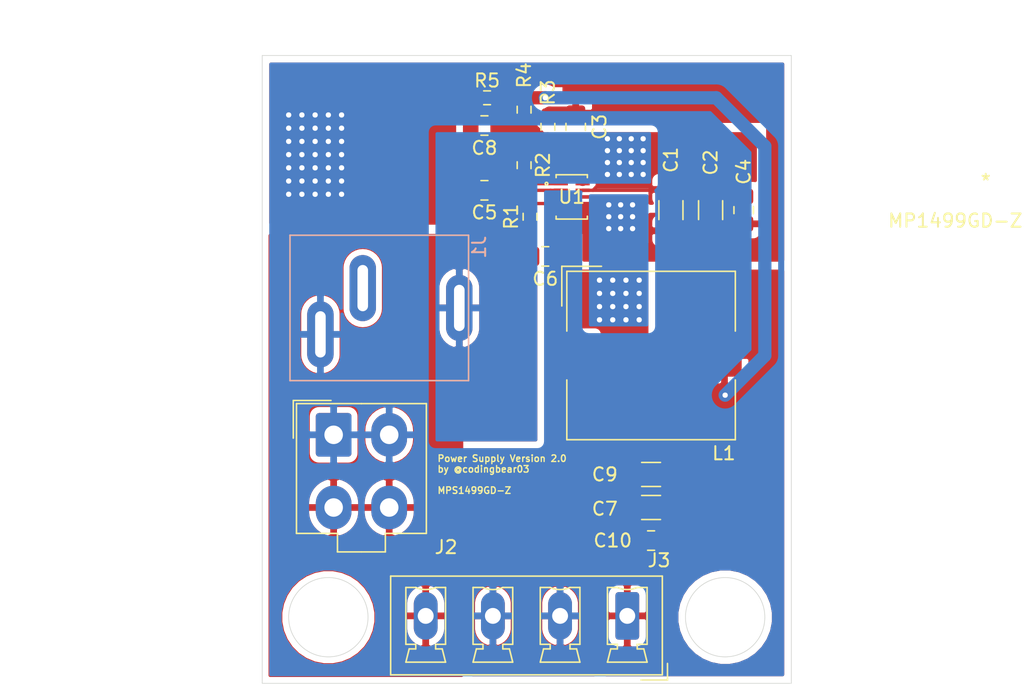
<source format=kicad_pcb>
(kicad_pcb (version 20171130) (host pcbnew "(5.1.9)-1")

  (general
    (thickness 1.6)
    (drawings 9)
    (tracks 117)
    (zones 0)
    (modules 20)
    (nets 12)
  )

  (page A4)
  (layers
    (0 F.Cu signal)
    (31 B.Cu signal)
    (32 B.Adhes user)
    (33 F.Adhes user)
    (34 B.Paste user)
    (35 F.Paste user)
    (36 B.SilkS user)
    (37 F.SilkS user)
    (38 B.Mask user)
    (39 F.Mask user)
    (40 Dwgs.User user)
    (41 Cmts.User user)
    (42 Eco1.User user)
    (43 Eco2.User user)
    (44 Edge.Cuts user)
    (45 Margin user)
    (46 B.CrtYd user)
    (47 F.CrtYd user)
    (48 B.Fab user)
    (49 F.Fab user)
  )

  (setup
    (last_trace_width 0.25)
    (user_trace_width 0.25)
    (user_trace_width 0.5)
    (user_trace_width 1)
    (user_trace_width 2)
    (trace_clearance 0.2)
    (zone_clearance 0.508)
    (zone_45_only no)
    (trace_min 0.2)
    (via_size 0.8)
    (via_drill 0.4)
    (via_min_size 0.4)
    (via_min_drill 0.3)
    (uvia_size 0.3)
    (uvia_drill 0.1)
    (uvias_allowed no)
    (uvia_min_size 0.2)
    (uvia_min_drill 0.1)
    (edge_width 0.05)
    (segment_width 0.2)
    (pcb_text_width 0.3)
    (pcb_text_size 1.5 1.5)
    (mod_edge_width 0.12)
    (mod_text_size 1 1)
    (mod_text_width 0.15)
    (pad_size 1.061999 0.2548)
    (pad_drill 0)
    (pad_to_mask_clearance 0)
    (aux_axis_origin 0 0)
    (visible_elements 7FFFFFFF)
    (pcbplotparams
      (layerselection 0x010fc_ffffffff)
      (usegerberextensions false)
      (usegerberattributes true)
      (usegerberadvancedattributes true)
      (creategerberjobfile true)
      (excludeedgelayer true)
      (linewidth 0.100000)
      (plotframeref false)
      (viasonmask false)
      (mode 1)
      (useauxorigin false)
      (hpglpennumber 1)
      (hpglpenspeed 20)
      (hpglpendiameter 15.000000)
      (psnegative false)
      (psa4output false)
      (plotreference true)
      (plotvalue true)
      (plotinvisibletext false)
      (padsonsilk false)
      (subtractmaskfromsilk false)
      (outputformat 1)
      (mirror false)
      (drillshape 0)
      (scaleselection 1)
      (outputdirectory "gerber/"))
  )

  (net 0 "")
  (net 1 GND)
  (net 2 +12V)
  (net 3 +5V)
  (net 4 "Net-(C6-Pad1)")
  (net 5 /SW)
  (net 6 /SS)
  (net 7 /VCC)
  (net 8 /FB)
  (net 9 /BST)
  (net 10 "Net-(C8-Pad2)")
  (net 11 "Net-(C8-Pad1)")

  (net_class Default "This is the default net class."
    (clearance 0.2)
    (trace_width 0.25)
    (via_dia 0.8)
    (via_drill 0.4)
    (uvia_dia 0.3)
    (uvia_drill 0.1)
    (add_net +12V)
    (add_net +5V)
    (add_net /BST)
    (add_net /FB)
    (add_net /SS)
    (add_net /SW)
    (add_net /VCC)
    (add_net GND)
    (add_net "Net-(C6-Pad1)")
    (add_net "Net-(C8-Pad1)")
    (add_net "Net-(C8-Pad2)")
  )

  (module DC015:DC015 (layer B.Cu) (tedit 60EFECDA) (tstamp 60F0218D)
    (at 130.9 100.6 90)
    (path /6117BDDE)
    (fp_text reference J1 (at 4.6 5.5 90) (layer B.SilkS)
      (effects (font (size 1 1) (thickness 0.15)) (justify mirror))
    )
    (fp_text value Jack-DC (at 0 -0.3 90) (layer B.Fab)
      (effects (font (size 1 1) (thickness 0.15)) (justify mirror))
    )
    (fp_line (start -6.5 5.7) (end 6.5 5.7) (layer B.Fab) (width 0.12))
    (fp_line (start -6.5 -9.8) (end -6.5 5.7) (layer B.Fab) (width 0.12))
    (fp_line (start 6.5 -9.8) (end -6.5 -9.8) (layer B.Fab) (width 0.12))
    (fp_line (start 6.5 5.7) (end 6.5 -9.8) (layer B.Fab) (width 0.12))
    (fp_line (start -5.5 -8.8) (end -5.5 4.7) (layer B.SilkS) (width 0.12))
    (fp_line (start 5.5 -8.8) (end -5.5 -8.8) (layer B.SilkS) (width 0.12))
    (fp_line (start 5.5 4.7) (end 5.5 -8.8) (layer B.SilkS) (width 0.12))
    (fp_line (start -5.5 4.7) (end 5.5 4.7) (layer B.SilkS) (width 0.12))
    (pad 3 thru_hole oval (at 1.5 -3.3 90) (size 5 2) (drill oval 3.5 0.8) (layers *.Cu *.Mask))
    (pad 2 thru_hole oval (at -2 -6.5 90) (size 5 2) (drill oval 3.5 0.8) (layers *.Cu *.Mask)
      (net 1 GND))
    (pad 1 thru_hole oval (at 0 4 90) (size 5 2) (drill oval 3.5 0.8) (layers *.Cu *.Mask)
      (net 2 +12V))
  )

  (module MP1499GD:MP1499GD-Z (layer F.Cu) (tedit 60F03412) (tstamp 60F022FC)
    (at 143.4 92.2)
    (path /61185324)
    (fp_text reference U1 (at 0 0) (layer F.SilkS)
      (effects (font (size 1 1) (thickness 0.15)))
    )
    (fp_text value MP1499GD-Z (at 29 1.8) (layer F.SilkS)
      (effects (font (size 1 1) (thickness 0.15)))
    )
    (fp_line (start -1.1811 1.6764) (end 1.1811 1.6764) (layer F.SilkS) (width 0.12))
    (fp_line (start 1.1811 1.6764) (end 1.1811 1.460141) (layer F.SilkS) (width 0.12))
    (fp_line (start 1.1811 -1.6764) (end -1.1811 -1.6764) (layer F.SilkS) (width 0.12))
    (fp_line (start -1.1811 -1.6764) (end -1.1811 -1.460141) (layer F.SilkS) (width 0.12))
    (fp_line (start -1.0541 1.5494) (end 1.0541 1.5494) (layer F.Fab) (width 0.1))
    (fp_line (start 1.0541 1.5494) (end 1.0541 -1.5494) (layer F.Fab) (width 0.1))
    (fp_line (start 1.0541 -1.5494) (end -1.0541 -1.5494) (layer F.Fab) (width 0.1))
    (fp_line (start -1.0541 -1.5494) (end -1.0541 1.5494) (layer F.Fab) (width 0.1))
    (fp_line (start -1.1811 1.460141) (end -1.1811 1.6764) (layer F.SilkS) (width 0.12))
    (fp_line (start 1.1811 -1.460141) (end 1.1811 -1.6764) (layer F.SilkS) (width 0.12))
    (fp_line (start -1.608099 1.3814) (end -1.608099 -1.3814) (layer F.CrtYd) (width 0.05))
    (fp_line (start -1.608099 -1.3814) (end -1.3081 -1.3814) (layer F.CrtYd) (width 0.05))
    (fp_line (start -1.3081 -1.3814) (end -1.3081 -1.8034) (layer F.CrtYd) (width 0.05))
    (fp_line (start -1.3081 -1.8034) (end 1.3081 -1.8034) (layer F.CrtYd) (width 0.05))
    (fp_line (start 1.3081 -1.8034) (end 1.3081 -1.3814) (layer F.CrtYd) (width 0.05))
    (fp_line (start 1.3081 -1.3814) (end 1.608099 -1.3814) (layer F.CrtYd) (width 0.05))
    (fp_line (start 1.608099 -1.3814) (end 1.608099 1.3814) (layer F.CrtYd) (width 0.05))
    (fp_line (start 1.608099 1.3814) (end 1.3081 1.3814) (layer F.CrtYd) (width 0.05))
    (fp_line (start 1.3081 1.3814) (end 1.3081 1.8034) (layer F.CrtYd) (width 0.05))
    (fp_line (start 1.3081 1.8034) (end -1.3081 1.8034) (layer F.CrtYd) (width 0.05))
    (fp_line (start -1.3081 1.8034) (end -1.3081 1.3814) (layer F.CrtYd) (width 0.05))
    (fp_line (start -1.3081 1.3814) (end -1.608099 1.3814) (layer F.CrtYd) (width 0.05))
    (fp_circle (center -1.904899 -1) (end -1.803299 -1) (layer F.SilkS) (width 0.12))
    (fp_circle (center -0.2921 -1) (end -0.2159 -1) (layer F.Fab) (width 0.1))
    (fp_arc (start 0 -1.5494) (end 0.3048 -1.5494) (angle 180) (layer F.Fab) (width 0.1))
    (fp_text user * (at 0 0) (layer F.Fab)
      (effects (font (size 1 1) (thickness 0.15)))
    )
    (fp_text user * (at 31.3 -1.2) (layer F.SilkS)
      (effects (font (size 1 1) (thickness 0.15)))
    )
    (pad 10 smd rect (at 0.8231 -1.000001) (size 1.061999 0.2548) (layers F.Cu F.Paste F.Mask)
      (net 6 /SS))
    (pad 9 smd rect (at 0.8231 -0.499999) (size 1.061999 0.2548) (layers F.Cu F.Paste F.Mask)
      (net 2 +12V))
    (pad 8 smd rect (at 0.8231 0) (size 1.061999 0.2548) (layers F.Cu F.Paste F.Mask)
      (net 5 /SW))
    (pad 7 smd rect (at 0.8231 0.499999) (size 1.061999 0.2548) (layers F.Cu F.Paste F.Mask)
      (net 1 GND))
    (pad 6 smd rect (at 0.8231 1.000001) (size 1.061999 0.2548) (layers F.Cu F.Paste F.Mask)
      (net 1 GND))
    (pad 5 smd rect (at -0.8231 1.000001) (size 1.061999 0.2548) (layers F.Cu F.Paste F.Mask))
    (pad 4 smd rect (at -0.8231 0.499999) (size 1.061999 0.2548) (layers F.Cu F.Paste F.Mask)
      (net 9 /BST))
    (pad 3 smd rect (at -0.8231 0) (size 1.061999 0.2548) (layers F.Cu F.Paste F.Mask))
    (pad 2 smd rect (at -0.8231 -0.499999) (size 1.061999 0.2548) (layers F.Cu F.Paste F.Mask)
      (net 7 /VCC))
    (pad 1 smd rect (at -0.8231 -1.000001) (size 1.061999 0.2548) (layers F.Cu F.Paste F.Mask)
      (net 8 /FB))
  )

  (module Resistor_SMD:R_0603_1608Metric_Pad0.98x0.95mm_HandSolder (layer F.Cu) (tedit 5F68FEEE) (tstamp 60F022CE)
    (at 140.25 93.7 90)
    (descr "Resistor SMD 0603 (1608 Metric), square (rectangular) end terminal, IPC_7351 nominal with elongated pad for handsoldering. (Body size source: IPC-SM-782 page 72, https://www.pcb-3d.com/wordpress/wp-content/uploads/ipc-sm-782a_amendment_1_and_2.pdf), generated with kicad-footprint-generator")
    (tags "resistor handsolder")
    (path /61197888)
    (attr smd)
    (fp_text reference R1 (at 0 -1.43 90) (layer F.SilkS)
      (effects (font (size 1 1) (thickness 0.15)))
    )
    (fp_text value R (at 0 1.43 90) (layer F.Fab)
      (effects (font (size 1 1) (thickness 0.15)))
    )
    (fp_line (start -0.8 0.4125) (end -0.8 -0.4125) (layer F.Fab) (width 0.1))
    (fp_line (start -0.8 -0.4125) (end 0.8 -0.4125) (layer F.Fab) (width 0.1))
    (fp_line (start 0.8 -0.4125) (end 0.8 0.4125) (layer F.Fab) (width 0.1))
    (fp_line (start 0.8 0.4125) (end -0.8 0.4125) (layer F.Fab) (width 0.1))
    (fp_line (start -0.254724 -0.5225) (end 0.254724 -0.5225) (layer F.SilkS) (width 0.12))
    (fp_line (start -0.254724 0.5225) (end 0.254724 0.5225) (layer F.SilkS) (width 0.12))
    (fp_line (start -1.65 0.73) (end -1.65 -0.73) (layer F.CrtYd) (width 0.05))
    (fp_line (start -1.65 -0.73) (end 1.65 -0.73) (layer F.CrtYd) (width 0.05))
    (fp_line (start 1.65 -0.73) (end 1.65 0.73) (layer F.CrtYd) (width 0.05))
    (fp_line (start 1.65 0.73) (end -1.65 0.73) (layer F.CrtYd) (width 0.05))
    (fp_text user %R (at 0 0 90) (layer F.Fab)
      (effects (font (size 0.4 0.4) (thickness 0.06)))
    )
    (pad 2 smd roundrect (at 0.9125 0 90) (size 0.975 0.95) (layers F.Cu F.Paste F.Mask) (roundrect_rratio 0.25)
      (net 9 /BST))
    (pad 1 smd roundrect (at -0.9125 0 90) (size 0.975 0.95) (layers F.Cu F.Paste F.Mask) (roundrect_rratio 0.25)
      (net 4 "Net-(C6-Pad1)"))
    (model ${KISYS3DMOD}/Resistor_SMD.3dshapes/R_0603_1608Metric.wrl
      (at (xyz 0 0 0))
      (scale (xyz 1 1 1))
      (rotate (xyz 0 0 0))
    )
  )

  (module Resistor_SMD:R_0603_1608Metric_Pad0.98x0.95mm_HandSolder (layer F.Cu) (tedit 5F68FEEE) (tstamp 60F022BD)
    (at 139.8 89.8 270)
    (descr "Resistor SMD 0603 (1608 Metric), square (rectangular) end terminal, IPC_7351 nominal with elongated pad for handsoldering. (Body size source: IPC-SM-782 page 72, https://www.pcb-3d.com/wordpress/wp-content/uploads/ipc-sm-782a_amendment_1_and_2.pdf), generated with kicad-footprint-generator")
    (tags "resistor handsolder")
    (path /6119E6DA)
    (attr smd)
    (fp_text reference R2 (at 0 -1.43 90) (layer F.SilkS)
      (effects (font (size 1 1) (thickness 0.15)))
    )
    (fp_text value 0 (at 0 1.43 90) (layer F.Fab)
      (effects (font (size 1 1) (thickness 0.15)))
    )
    (fp_line (start -0.8 0.4125) (end -0.8 -0.4125) (layer F.Fab) (width 0.1))
    (fp_line (start -0.8 -0.4125) (end 0.8 -0.4125) (layer F.Fab) (width 0.1))
    (fp_line (start 0.8 -0.4125) (end 0.8 0.4125) (layer F.Fab) (width 0.1))
    (fp_line (start 0.8 0.4125) (end -0.8 0.4125) (layer F.Fab) (width 0.1))
    (fp_line (start -0.254724 -0.5225) (end 0.254724 -0.5225) (layer F.SilkS) (width 0.12))
    (fp_line (start -0.254724 0.5225) (end 0.254724 0.5225) (layer F.SilkS) (width 0.12))
    (fp_line (start -1.65 0.73) (end -1.65 -0.73) (layer F.CrtYd) (width 0.05))
    (fp_line (start -1.65 -0.73) (end 1.65 -0.73) (layer F.CrtYd) (width 0.05))
    (fp_line (start 1.65 -0.73) (end 1.65 0.73) (layer F.CrtYd) (width 0.05))
    (fp_line (start 1.65 0.73) (end -1.65 0.73) (layer F.CrtYd) (width 0.05))
    (fp_text user %R (at 0 0 90) (layer F.Fab)
      (effects (font (size 0.4 0.4) (thickness 0.06)))
    )
    (pad 2 smd roundrect (at 0.9125 0 270) (size 0.975 0.95) (layers F.Cu F.Paste F.Mask) (roundrect_rratio 0.25)
      (net 8 /FB))
    (pad 1 smd roundrect (at -0.9125 0 270) (size 0.975 0.95) (layers F.Cu F.Paste F.Mask) (roundrect_rratio 0.25)
      (net 10 "Net-(C8-Pad2)"))
    (model ${KISYS3DMOD}/Resistor_SMD.3dshapes/R_0603_1608Metric.wrl
      (at (xyz 0 0 0))
      (scale (xyz 1 1 1))
      (rotate (xyz 0 0 0))
    )
  )

  (module Resistor_SMD:R_0603_1608Metric_Pad0.98x0.95mm_HandSolder (layer F.Cu) (tedit 5F68FEEE) (tstamp 60F022AC)
    (at 137 84.7 180)
    (descr "Resistor SMD 0603 (1608 Metric), square (rectangular) end terminal, IPC_7351 nominal with elongated pad for handsoldering. (Body size source: IPC-SM-782 page 72, https://www.pcb-3d.com/wordpress/wp-content/uploads/ipc-sm-782a_amendment_1_and_2.pdf), generated with kicad-footprint-generator")
    (tags "resistor handsolder")
    (path /611A1F34)
    (attr smd)
    (fp_text reference R5 (at 0 1.3) (layer F.SilkS)
      (effects (font (size 1 1) (thickness 0.15)))
    )
    (fp_text value NS (at 0 1.43) (layer F.Fab)
      (effects (font (size 1 1) (thickness 0.15)))
    )
    (fp_line (start -0.8 0.4125) (end -0.8 -0.4125) (layer F.Fab) (width 0.1))
    (fp_line (start -0.8 -0.4125) (end 0.8 -0.4125) (layer F.Fab) (width 0.1))
    (fp_line (start 0.8 -0.4125) (end 0.8 0.4125) (layer F.Fab) (width 0.1))
    (fp_line (start 0.8 0.4125) (end -0.8 0.4125) (layer F.Fab) (width 0.1))
    (fp_line (start -0.254724 -0.5225) (end 0.254724 -0.5225) (layer F.SilkS) (width 0.12))
    (fp_line (start -0.254724 0.5225) (end 0.254724 0.5225) (layer F.SilkS) (width 0.12))
    (fp_line (start -1.65 0.73) (end -1.65 -0.73) (layer F.CrtYd) (width 0.05))
    (fp_line (start -1.65 -0.73) (end 1.65 -0.73) (layer F.CrtYd) (width 0.05))
    (fp_line (start 1.65 -0.73) (end 1.65 0.73) (layer F.CrtYd) (width 0.05))
    (fp_line (start 1.65 0.73) (end -1.65 0.73) (layer F.CrtYd) (width 0.05))
    (fp_text user %R (at 0 0) (layer F.Fab)
      (effects (font (size 0.4 0.4) (thickness 0.06)))
    )
    (pad 2 smd roundrect (at 0.9125 0 180) (size 0.975 0.95) (layers F.Cu F.Paste F.Mask) (roundrect_rratio 0.25)
      (net 11 "Net-(C8-Pad1)"))
    (pad 1 smd roundrect (at -0.9125 0 180) (size 0.975 0.95) (layers F.Cu F.Paste F.Mask) (roundrect_rratio 0.25)
      (net 3 +5V))
    (model ${KISYS3DMOD}/Resistor_SMD.3dshapes/R_0603_1608Metric.wrl
      (at (xyz 0 0 0))
      (scale (xyz 1 1 1))
      (rotate (xyz 0 0 0))
    )
  )

  (module Resistor_SMD:R_0603_1608Metric_Pad0.98x0.95mm_HandSolder (layer F.Cu) (tedit 5F68FEEE) (tstamp 60F0229B)
    (at 141.6 86.9 90)
    (descr "Resistor SMD 0603 (1608 Metric), square (rectangular) end terminal, IPC_7351 nominal with elongated pad for handsoldering. (Body size source: IPC-SM-782 page 72, https://www.pcb-3d.com/wordpress/wp-content/uploads/ipc-sm-782a_amendment_1_and_2.pdf), generated with kicad-footprint-generator")
    (tags "resistor handsolder")
    (path /611AE95C)
    (attr smd)
    (fp_text reference R3 (at 2.6 0 90) (layer F.SilkS)
      (effects (font (size 1 1) (thickness 0.15)))
    )
    (fp_text value 40.2k (at 0 1.43 90) (layer F.Fab)
      (effects (font (size 1 1) (thickness 0.15)))
    )
    (fp_line (start -0.8 0.4125) (end -0.8 -0.4125) (layer F.Fab) (width 0.1))
    (fp_line (start -0.8 -0.4125) (end 0.8 -0.4125) (layer F.Fab) (width 0.1))
    (fp_line (start 0.8 -0.4125) (end 0.8 0.4125) (layer F.Fab) (width 0.1))
    (fp_line (start 0.8 0.4125) (end -0.8 0.4125) (layer F.Fab) (width 0.1))
    (fp_line (start -0.254724 -0.5225) (end 0.254724 -0.5225) (layer F.SilkS) (width 0.12))
    (fp_line (start -0.254724 0.5225) (end 0.254724 0.5225) (layer F.SilkS) (width 0.12))
    (fp_line (start -1.65 0.73) (end -1.65 -0.73) (layer F.CrtYd) (width 0.05))
    (fp_line (start -1.65 -0.73) (end 1.65 -0.73) (layer F.CrtYd) (width 0.05))
    (fp_line (start 1.65 -0.73) (end 1.65 0.73) (layer F.CrtYd) (width 0.05))
    (fp_line (start 1.65 0.73) (end -1.65 0.73) (layer F.CrtYd) (width 0.05))
    (fp_text user %R (at 0 0 90) (layer F.Fab)
      (effects (font (size 0.4 0.4) (thickness 0.06)))
    )
    (pad 2 smd roundrect (at 0.9125 0 90) (size 0.975 0.95) (layers F.Cu F.Paste F.Mask) (roundrect_rratio 0.25)
      (net 1 GND))
    (pad 1 smd roundrect (at -0.9125 0 90) (size 0.975 0.95) (layers F.Cu F.Paste F.Mask) (roundrect_rratio 0.25)
      (net 10 "Net-(C8-Pad2)"))
    (model ${KISYS3DMOD}/Resistor_SMD.3dshapes/R_0603_1608Metric.wrl
      (at (xyz 0 0 0))
      (scale (xyz 1 1 1))
      (rotate (xyz 0 0 0))
    )
  )

  (module Resistor_SMD:R_0603_1608Metric_Pad0.98x0.95mm_HandSolder (layer F.Cu) (tedit 5F68FEEE) (tstamp 60F0228A)
    (at 139.8 85.6 270)
    (descr "Resistor SMD 0603 (1608 Metric), square (rectangular) end terminal, IPC_7351 nominal with elongated pad for handsoldering. (Body size source: IPC-SM-782 page 72, https://www.pcb-3d.com/wordpress/wp-content/uploads/ipc-sm-782a_amendment_1_and_2.pdf), generated with kicad-footprint-generator")
    (tags "resistor handsolder")
    (path /611A113A)
    (attr smd)
    (fp_text reference R4 (at -2.6 0 90) (layer F.SilkS)
      (effects (font (size 1 1) (thickness 0.15)))
    )
    (fp_text value 210k (at 0 1.43 90) (layer F.Fab)
      (effects (font (size 1 1) (thickness 0.15)))
    )
    (fp_line (start -0.8 0.4125) (end -0.8 -0.4125) (layer F.Fab) (width 0.1))
    (fp_line (start -0.8 -0.4125) (end 0.8 -0.4125) (layer F.Fab) (width 0.1))
    (fp_line (start 0.8 -0.4125) (end 0.8 0.4125) (layer F.Fab) (width 0.1))
    (fp_line (start 0.8 0.4125) (end -0.8 0.4125) (layer F.Fab) (width 0.1))
    (fp_line (start -0.254724 -0.5225) (end 0.254724 -0.5225) (layer F.SilkS) (width 0.12))
    (fp_line (start -0.254724 0.5225) (end 0.254724 0.5225) (layer F.SilkS) (width 0.12))
    (fp_line (start -1.65 0.73) (end -1.65 -0.73) (layer F.CrtYd) (width 0.05))
    (fp_line (start -1.65 -0.73) (end 1.65 -0.73) (layer F.CrtYd) (width 0.05))
    (fp_line (start 1.65 -0.73) (end 1.65 0.73) (layer F.CrtYd) (width 0.05))
    (fp_line (start 1.65 0.73) (end -1.65 0.73) (layer F.CrtYd) (width 0.05))
    (fp_text user %R (at 0 0 90) (layer F.Fab)
      (effects (font (size 0.4 0.4) (thickness 0.06)))
    )
    (pad 2 smd roundrect (at 0.9125 0 270) (size 0.975 0.95) (layers F.Cu F.Paste F.Mask) (roundrect_rratio 0.25)
      (net 10 "Net-(C8-Pad2)"))
    (pad 1 smd roundrect (at -0.9125 0 270) (size 0.975 0.95) (layers F.Cu F.Paste F.Mask) (roundrect_rratio 0.25)
      (net 3 +5V))
    (model ${KISYS3DMOD}/Resistor_SMD.3dshapes/R_0603_1608Metric.wrl
      (at (xyz 0 0 0))
      (scale (xyz 1 1 1))
      (rotate (xyz 0 0 0))
    )
  )

  (module Inductor_SMD:L_TDK_SLF12575 (layer F.Cu) (tedit 5C2392AD) (tstamp 60F02279)
    (at 149.4 104.2)
    (descr "Inductor, TDK, SLF12575, 12.5mmx12.5mm (Script generated with StandardBox.py) (https://product.tdk.com/info/en/catalog/datasheets/inductor_automotive_power_slf12575-h_en.pdf)")
    (tags "Inductor SLF12575")
    (path /61199F2C)
    (attr smd)
    (fp_text reference L1 (at 5.5 7.4) (layer F.SilkS)
      (effects (font (size 1 1) (thickness 0.15)))
    )
    (fp_text value 3.9uH (at 0 7.25) (layer F.Fab)
      (effects (font (size 1 1) (thickness 0.15)))
    )
    (fp_line (start -5.75 -6.25) (end 6.25 -6.25) (layer F.Fab) (width 0.1))
    (fp_line (start 6.25 -6.25) (end 6.25 6.25) (layer F.Fab) (width 0.1))
    (fp_line (start 6.25 6.25) (end -6.25 6.25) (layer F.Fab) (width 0.1))
    (fp_line (start -6.25 6.25) (end -6.25 -5.75) (layer F.Fab) (width 0.1))
    (fp_line (start -6.25 -5.75) (end -5.75 -6.25) (layer F.Fab) (width 0.1))
    (fp_line (start -6.75 -3.75) (end -6.75 -6.75) (layer F.SilkS) (width 0.12))
    (fp_line (start -6.75 -6.75) (end -3.75 -6.75) (layer F.SilkS) (width 0.12))
    (fp_line (start -6.37 -6.37) (end 6.37 -6.37) (layer F.SilkS) (width 0.12))
    (fp_line (start 6.37 -6.37) (end 6.37 -1.85) (layer F.SilkS) (width 0.12))
    (fp_line (start 6.37 1.85) (end 6.37 6.37) (layer F.SilkS) (width 0.12))
    (fp_line (start -6.37 6.37) (end 6.37 6.37) (layer F.SilkS) (width 0.12))
    (fp_line (start -6.37 -6.37) (end -6.37 -1.85) (layer F.SilkS) (width 0.12))
    (fp_line (start -6.37 1.85) (end -6.37 6.37) (layer F.SilkS) (width 0.12))
    (fp_line (start -6.5 -6.5) (end 6.5 -6.5) (layer F.CrtYd) (width 0.05))
    (fp_line (start 6.5 -6.5) (end 6.5 -1.86) (layer F.CrtYd) (width 0.05))
    (fp_line (start 6.5 -1.86) (end 7.11 -1.86) (layer F.CrtYd) (width 0.05))
    (fp_line (start 7.11 -1.86) (end 7.11 1.86) (layer F.CrtYd) (width 0.05))
    (fp_line (start 7.11 1.86) (end 6.5 1.86) (layer F.CrtYd) (width 0.05))
    (fp_line (start 6.5 1.86) (end 6.5 6.5) (layer F.CrtYd) (width 0.05))
    (fp_line (start -6.5 6.5) (end 6.5 6.5) (layer F.CrtYd) (width 0.05))
    (fp_line (start -6.5 -6.5) (end -6.5 -1.86) (layer F.CrtYd) (width 0.05))
    (fp_line (start -6.5 -1.86) (end -7.11 -1.86) (layer F.CrtYd) (width 0.05))
    (fp_line (start -7.11 -1.86) (end -7.11 1.86) (layer F.CrtYd) (width 0.05))
    (fp_line (start -7.11 1.86) (end -6.5 1.86) (layer F.CrtYd) (width 0.05))
    (fp_line (start -6.5 1.86) (end -6.5 6.5) (layer F.CrtYd) (width 0.05))
    (fp_text user "" (at -49 0.05) (layer F.SilkS)
      (effects (font (size 3 3) (thickness 0.15)))
    )
    (fp_text user %R (at 0 0) (layer F.Fab)
      (effects (font (size 1 1) (thickness 0.15)))
    )
    (pad 2 smd roundrect (at 5.55 0) (size 2.6 3.2) (layers F.Cu F.Paste F.Mask) (roundrect_rratio 0.25)
      (net 3 +5V))
    (pad 1 smd roundrect (at -5.55 0) (size 2.6 3.2) (layers F.Cu F.Paste F.Mask) (roundrect_rratio 0.25)
      (net 5 /SW))
    (model ${KISYS3DMOD}/Inductor_SMD.3dshapes/L_TDK_SLF12575.wrl
      (at (xyz 0 0 0))
      (scale (xyz 1 1 1))
      (rotate (xyz 0 0 0))
    )
  )

  (module Connector_Phoenix_MC_HighVoltage:PhoenixContact_MCV_1,5_4-G-5.08_1x04_P5.08mm_Vertical (layer F.Cu) (tedit 5B784ED3) (tstamp 60F02214)
    (at 147.6 123.9 180)
    (descr "Generic Phoenix Contact connector footprint for: MCV_1,5/4-G-5.08; number of pins: 04; pin pitch: 5.08mm; Vertical || order number: 1836312 8A 320V")
    (tags "phoenix_contact connector MCV_01x04_G_5.08mm")
    (path /6120A8E4)
    (fp_text reference J3 (at -2.4 4.2) (layer F.SilkS)
      (effects (font (size 1 1) (thickness 0.15)))
    )
    (fp_text value "Molex 4 Pin" (at 7.62 4.1) (layer F.Fab)
      (effects (font (size 1 1) (thickness 0.15)))
    )
    (fp_line (start -2.65 -4.46) (end -2.65 3.01) (layer F.SilkS) (width 0.12))
    (fp_line (start -2.65 3.01) (end 17.89 3.01) (layer F.SilkS) (width 0.12))
    (fp_line (start 17.89 3.01) (end 17.89 -4.46) (layer F.SilkS) (width 0.12))
    (fp_line (start 17.89 -4.46) (end -2.65 -4.46) (layer F.SilkS) (width 0.12))
    (fp_line (start -2.54 -4.35) (end -2.54 2.9) (layer F.Fab) (width 0.1))
    (fp_line (start -2.54 2.9) (end 17.78 2.9) (layer F.Fab) (width 0.1))
    (fp_line (start 17.78 2.9) (end 17.78 -4.35) (layer F.Fab) (width 0.1))
    (fp_line (start 17.78 -4.35) (end -2.54 -4.35) (layer F.Fab) (width 0.1))
    (fp_line (start -0.75 2.15) (end -1.5 2.15) (layer F.SilkS) (width 0.12))
    (fp_line (start -1.5 2.15) (end -1.5 -2.15) (layer F.SilkS) (width 0.12))
    (fp_line (start -1.5 -2.15) (end -0.75 -2.15) (layer F.SilkS) (width 0.12))
    (fp_line (start -0.75 -2.15) (end -0.75 -2.5) (layer F.SilkS) (width 0.12))
    (fp_line (start -0.75 -2.5) (end -1.25 -2.5) (layer F.SilkS) (width 0.12))
    (fp_line (start -1.25 -2.5) (end -1.5 -3.5) (layer F.SilkS) (width 0.12))
    (fp_line (start -1.5 -3.5) (end 1.5 -3.5) (layer F.SilkS) (width 0.12))
    (fp_line (start 1.5 -3.5) (end 1.25 -2.5) (layer F.SilkS) (width 0.12))
    (fp_line (start 1.25 -2.5) (end 0.75 -2.5) (layer F.SilkS) (width 0.12))
    (fp_line (start 0.75 -2.5) (end 0.75 -2.15) (layer F.SilkS) (width 0.12))
    (fp_line (start 0.75 -2.15) (end 1.5 -2.15) (layer F.SilkS) (width 0.12))
    (fp_line (start 1.5 -2.15) (end 1.5 2.15) (layer F.SilkS) (width 0.12))
    (fp_line (start 1.5 2.15) (end 0.75 2.15) (layer F.SilkS) (width 0.12))
    (fp_line (start 4.33 2.15) (end 3.58 2.15) (layer F.SilkS) (width 0.12))
    (fp_line (start 3.58 2.15) (end 3.58 -2.15) (layer F.SilkS) (width 0.12))
    (fp_line (start 3.58 -2.15) (end 4.33 -2.15) (layer F.SilkS) (width 0.12))
    (fp_line (start 4.33 -2.15) (end 4.33 -2.5) (layer F.SilkS) (width 0.12))
    (fp_line (start 4.33 -2.5) (end 3.83 -2.5) (layer F.SilkS) (width 0.12))
    (fp_line (start 3.83 -2.5) (end 3.58 -3.5) (layer F.SilkS) (width 0.12))
    (fp_line (start 3.58 -3.5) (end 6.58 -3.5) (layer F.SilkS) (width 0.12))
    (fp_line (start 6.58 -3.5) (end 6.33 -2.5) (layer F.SilkS) (width 0.12))
    (fp_line (start 6.33 -2.5) (end 5.83 -2.5) (layer F.SilkS) (width 0.12))
    (fp_line (start 5.83 -2.5) (end 5.83 -2.15) (layer F.SilkS) (width 0.12))
    (fp_line (start 5.83 -2.15) (end 6.58 -2.15) (layer F.SilkS) (width 0.12))
    (fp_line (start 6.58 -2.15) (end 6.58 2.15) (layer F.SilkS) (width 0.12))
    (fp_line (start 6.58 2.15) (end 5.83 2.15) (layer F.SilkS) (width 0.12))
    (fp_line (start 9.41 2.15) (end 8.66 2.15) (layer F.SilkS) (width 0.12))
    (fp_line (start 8.66 2.15) (end 8.66 -2.15) (layer F.SilkS) (width 0.12))
    (fp_line (start 8.66 -2.15) (end 9.41 -2.15) (layer F.SilkS) (width 0.12))
    (fp_line (start 9.41 -2.15) (end 9.41 -2.5) (layer F.SilkS) (width 0.12))
    (fp_line (start 9.41 -2.5) (end 8.91 -2.5) (layer F.SilkS) (width 0.12))
    (fp_line (start 8.91 -2.5) (end 8.66 -3.5) (layer F.SilkS) (width 0.12))
    (fp_line (start 8.66 -3.5) (end 11.66 -3.5) (layer F.SilkS) (width 0.12))
    (fp_line (start 11.66 -3.5) (end 11.41 -2.5) (layer F.SilkS) (width 0.12))
    (fp_line (start 11.41 -2.5) (end 10.91 -2.5) (layer F.SilkS) (width 0.12))
    (fp_line (start 10.91 -2.5) (end 10.91 -2.15) (layer F.SilkS) (width 0.12))
    (fp_line (start 10.91 -2.15) (end 11.66 -2.15) (layer F.SilkS) (width 0.12))
    (fp_line (start 11.66 -2.15) (end 11.66 2.15) (layer F.SilkS) (width 0.12))
    (fp_line (start 11.66 2.15) (end 10.91 2.15) (layer F.SilkS) (width 0.12))
    (fp_line (start 14.49 2.15) (end 13.74 2.15) (layer F.SilkS) (width 0.12))
    (fp_line (start 13.74 2.15) (end 13.74 -2.15) (layer F.SilkS) (width 0.12))
    (fp_line (start 13.74 -2.15) (end 14.49 -2.15) (layer F.SilkS) (width 0.12))
    (fp_line (start 14.49 -2.15) (end 14.49 -2.5) (layer F.SilkS) (width 0.12))
    (fp_line (start 14.49 -2.5) (end 13.99 -2.5) (layer F.SilkS) (width 0.12))
    (fp_line (start 13.99 -2.5) (end 13.74 -3.5) (layer F.SilkS) (width 0.12))
    (fp_line (start 13.74 -3.5) (end 16.74 -3.5) (layer F.SilkS) (width 0.12))
    (fp_line (start 16.74 -3.5) (end 16.49 -2.5) (layer F.SilkS) (width 0.12))
    (fp_line (start 16.49 -2.5) (end 15.99 -2.5) (layer F.SilkS) (width 0.12))
    (fp_line (start 15.99 -2.5) (end 15.99 -2.15) (layer F.SilkS) (width 0.12))
    (fp_line (start 15.99 -2.15) (end 16.74 -2.15) (layer F.SilkS) (width 0.12))
    (fp_line (start 16.74 -2.15) (end 16.74 2.15) (layer F.SilkS) (width 0.12))
    (fp_line (start 16.74 2.15) (end 15.99 2.15) (layer F.SilkS) (width 0.12))
    (fp_line (start -3.04 -4.85) (end -3.04 3.4) (layer F.CrtYd) (width 0.05))
    (fp_line (start -3.04 3.4) (end 18.28 3.4) (layer F.CrtYd) (width 0.05))
    (fp_line (start 18.28 3.4) (end 18.28 -4.85) (layer F.CrtYd) (width 0.05))
    (fp_line (start 18.28 -4.85) (end -3.04 -4.85) (layer F.CrtYd) (width 0.05))
    (fp_line (start -3.04 -3.6) (end -3.04 -4.85) (layer F.SilkS) (width 0.12))
    (fp_line (start -3.04 -4.85) (end -1.04 -4.85) (layer F.SilkS) (width 0.12))
    (fp_line (start -3.04 -3.6) (end -3.04 -4.85) (layer F.Fab) (width 0.1))
    (fp_line (start -3.04 -4.85) (end -1.04 -4.85) (layer F.Fab) (width 0.1))
    (fp_text user %R (at 7.62 -3.65) (layer F.Fab)
      (effects (font (size 1 1) (thickness 0.15)))
    )
    (fp_arc (start 15.24 3.85) (end 14.49 2.15) (angle 47.6) (layer F.SilkS) (width 0.12))
    (fp_arc (start 10.16 3.85) (end 9.41 2.15) (angle 47.6) (layer F.SilkS) (width 0.12))
    (fp_arc (start 5.08 3.85) (end 4.33 2.15) (angle 47.6) (layer F.SilkS) (width 0.12))
    (fp_arc (start 0 3.85) (end -0.75 2.15) (angle 47.6) (layer F.SilkS) (width 0.12))
    (pad 4 thru_hole oval (at 15.24 0 180) (size 1.8 3.6) (drill 1.2) (layers *.Cu *.Mask)
      (net 2 +12V))
    (pad 3 thru_hole oval (at 10.16 0 180) (size 1.8 3.6) (drill 1.2) (layers *.Cu *.Mask)
      (net 1 GND))
    (pad 2 thru_hole oval (at 5.08 0 180) (size 1.8 3.6) (drill 1.2) (layers *.Cu *.Mask)
      (net 1 GND))
    (pad 1 thru_hole roundrect (at 0 0 180) (size 1.8 3.6) (drill 1.2) (layers *.Cu *.Mask) (roundrect_rratio 0.1388888888888889)
      (net 3 +5V))
    (model ${KISYS3DMOD}/Connector_Phoenix_MC_HighVoltage.3dshapes/PhoenixContact_MCV_1,5_4-G-5.08_1x04_P5.08mm_Vertical.wrl
      (at (xyz 0 0 0))
      (scale (xyz 1 1 1))
      (rotate (xyz 0 0 0))
    )
  )

  (module Connector_Molex:Molex_Mini-Fit_Jr_5566-04A_2x02_P4.20mm_Vertical (layer F.Cu) (tedit 5B781992) (tstamp 60F021C3)
    (at 125.4 110.2)
    (descr "Molex Mini-Fit Jr. Power Connectors, old mpn/engineering number: 5566-04A, example for new mpn: 39-28-x04x, 2 Pins per row, Mounting:  (http://www.molex.com/pdm_docs/sd/039281043_sd.pdf), generated with kicad-footprint-generator")
    (tags "connector Molex Mini-Fit_Jr side entry")
    (path /6120926C)
    (fp_text reference J2 (at 8.5 8.5) (layer F.SilkS)
      (effects (font (size 1 1) (thickness 0.15)))
    )
    (fp_text value "ATX 4 Pin" (at 2.1 9.95) (layer F.Fab)
      (effects (font (size 1 1) (thickness 0.15)))
    )
    (fp_line (start -2.7 -2.25) (end -2.7 7.35) (layer F.Fab) (width 0.1))
    (fp_line (start -2.7 7.35) (end 6.9 7.35) (layer F.Fab) (width 0.1))
    (fp_line (start 6.9 7.35) (end 6.9 -2.25) (layer F.Fab) (width 0.1))
    (fp_line (start 6.9 -2.25) (end -2.7 -2.25) (layer F.Fab) (width 0.1))
    (fp_line (start 0.4 7.35) (end 0.4 8.75) (layer F.Fab) (width 0.1))
    (fp_line (start 0.4 8.75) (end 3.8 8.75) (layer F.Fab) (width 0.1))
    (fp_line (start 3.8 8.75) (end 3.8 7.35) (layer F.Fab) (width 0.1))
    (fp_line (start -1.65 -1) (end -1.65 2.3) (layer F.Fab) (width 0.1))
    (fp_line (start -1.65 2.3) (end 1.65 2.3) (layer F.Fab) (width 0.1))
    (fp_line (start 1.65 2.3) (end 1.65 -1) (layer F.Fab) (width 0.1))
    (fp_line (start 1.65 -1) (end -1.65 -1) (layer F.Fab) (width 0.1))
    (fp_line (start -1.65 6.5) (end -1.65 4.025) (layer F.Fab) (width 0.1))
    (fp_line (start -1.65 4.025) (end -0.825 3.2) (layer F.Fab) (width 0.1))
    (fp_line (start -0.825 3.2) (end 0.825 3.2) (layer F.Fab) (width 0.1))
    (fp_line (start 0.825 3.2) (end 1.65 4.025) (layer F.Fab) (width 0.1))
    (fp_line (start 1.65 4.025) (end 1.65 6.5) (layer F.Fab) (width 0.1))
    (fp_line (start 1.65 6.5) (end -1.65 6.5) (layer F.Fab) (width 0.1))
    (fp_line (start 2.55 3.2) (end 2.55 6.5) (layer F.Fab) (width 0.1))
    (fp_line (start 2.55 6.5) (end 5.85 6.5) (layer F.Fab) (width 0.1))
    (fp_line (start 5.85 6.5) (end 5.85 3.2) (layer F.Fab) (width 0.1))
    (fp_line (start 5.85 3.2) (end 2.55 3.2) (layer F.Fab) (width 0.1))
    (fp_line (start 2.55 2.3) (end 2.55 -0.175) (layer F.Fab) (width 0.1))
    (fp_line (start 2.55 -0.175) (end 3.375 -1) (layer F.Fab) (width 0.1))
    (fp_line (start 3.375 -1) (end 5.025 -1) (layer F.Fab) (width 0.1))
    (fp_line (start 5.025 -1) (end 5.85 -0.175) (layer F.Fab) (width 0.1))
    (fp_line (start 5.85 -0.175) (end 5.85 2.3) (layer F.Fab) (width 0.1))
    (fp_line (start 5.85 2.3) (end 2.55 2.3) (layer F.Fab) (width 0.1))
    (fp_line (start 2.1 -2.36) (end -2.81 -2.36) (layer F.SilkS) (width 0.12))
    (fp_line (start -2.81 -2.36) (end -2.81 7.46) (layer F.SilkS) (width 0.12))
    (fp_line (start -2.81 7.46) (end 0.29 7.46) (layer F.SilkS) (width 0.12))
    (fp_line (start 0.29 7.46) (end 0.29 8.86) (layer F.SilkS) (width 0.12))
    (fp_line (start 0.29 8.86) (end 2.1 8.86) (layer F.SilkS) (width 0.12))
    (fp_line (start 2.1 -2.36) (end 7.01 -2.36) (layer F.SilkS) (width 0.12))
    (fp_line (start 7.01 -2.36) (end 7.01 7.46) (layer F.SilkS) (width 0.12))
    (fp_line (start 7.01 7.46) (end 3.91 7.46) (layer F.SilkS) (width 0.12))
    (fp_line (start 3.91 7.46) (end 3.91 8.86) (layer F.SilkS) (width 0.12))
    (fp_line (start 3.91 8.86) (end 2.1 8.86) (layer F.SilkS) (width 0.12))
    (fp_line (start -0.2 -2.6) (end -3.05 -2.6) (layer F.SilkS) (width 0.12))
    (fp_line (start -3.05 -2.6) (end -3.05 0.25) (layer F.SilkS) (width 0.12))
    (fp_line (start -0.2 -2.6) (end -3.05 -2.6) (layer F.Fab) (width 0.1))
    (fp_line (start -3.05 -2.6) (end -3.05 0.25) (layer F.Fab) (width 0.1))
    (fp_line (start -3.2 -2.75) (end -3.2 9.25) (layer F.CrtYd) (width 0.05))
    (fp_line (start -3.2 9.25) (end 7.4 9.25) (layer F.CrtYd) (width 0.05))
    (fp_line (start 7.4 9.25) (end 7.4 -2.75) (layer F.CrtYd) (width 0.05))
    (fp_line (start 7.4 -2.75) (end -3.2 -2.75) (layer F.CrtYd) (width 0.05))
    (fp_text user %R (at 2.1 -1.55) (layer F.Fab)
      (effects (font (size 1 1) (thickness 0.15)))
    )
    (pad 4 thru_hole oval (at 4.2 5.5) (size 2.7 3.3) (drill 1.4) (layers *.Cu *.Mask)
      (net 2 +12V))
    (pad 3 thru_hole oval (at 0 5.5) (size 2.7 3.3) (drill 1.4) (layers *.Cu *.Mask)
      (net 2 +12V))
    (pad 2 thru_hole oval (at 4.2 0) (size 2.7 3.3) (drill 1.4) (layers *.Cu *.Mask)
      (net 1 GND))
    (pad 1 thru_hole roundrect (at 0 0) (size 2.7 3.3) (drill 1.4) (layers *.Cu *.Mask) (roundrect_rratio 0.09259296296296296)
      (net 1 GND))
    (model ${KISYS3DMOD}/Connector_Molex.3dshapes/Molex_Mini-Fit_Jr_5566-04A_2x02_P4.20mm_Vertical.wrl
      (at (xyz 0 0 0))
      (scale (xyz 1 1 1))
      (rotate (xyz 0 0 0))
    )
  )

  (module Capacitor_SMD:C_0805_2012Metric_Pad1.18x1.45mm_HandSolder (layer F.Cu) (tedit 5F68FEEF) (tstamp 60F02170)
    (at 136.8 91.7 180)
    (descr "Capacitor SMD 0805 (2012 Metric), square (rectangular) end terminal, IPC_7351 nominal with elongated pad for handsoldering. (Body size source: IPC-SM-782 page 76, https://www.pcb-3d.com/wordpress/wp-content/uploads/ipc-sm-782a_amendment_1_and_2.pdf, https://docs.google.com/spreadsheets/d/1BsfQQcO9C6DZCsRaXUlFlo91Tg2WpOkGARC1WS5S8t0/edit?usp=sharing), generated with kicad-footprint-generator")
    (tags "capacitor handsolder")
    (path /6118BC8F)
    (attr smd)
    (fp_text reference C5 (at 0 -1.68) (layer F.SilkS)
      (effects (font (size 1 1) (thickness 0.15)))
    )
    (fp_text value 0.1uF (at 0 1.68) (layer F.Fab)
      (effects (font (size 1 1) (thickness 0.15)))
    )
    (fp_line (start -1 0.625) (end -1 -0.625) (layer F.Fab) (width 0.1))
    (fp_line (start -1 -0.625) (end 1 -0.625) (layer F.Fab) (width 0.1))
    (fp_line (start 1 -0.625) (end 1 0.625) (layer F.Fab) (width 0.1))
    (fp_line (start 1 0.625) (end -1 0.625) (layer F.Fab) (width 0.1))
    (fp_line (start -0.261252 -0.735) (end 0.261252 -0.735) (layer F.SilkS) (width 0.12))
    (fp_line (start -0.261252 0.735) (end 0.261252 0.735) (layer F.SilkS) (width 0.12))
    (fp_line (start -1.88 0.98) (end -1.88 -0.98) (layer F.CrtYd) (width 0.05))
    (fp_line (start -1.88 -0.98) (end 1.88 -0.98) (layer F.CrtYd) (width 0.05))
    (fp_line (start 1.88 -0.98) (end 1.88 0.98) (layer F.CrtYd) (width 0.05))
    (fp_line (start 1.88 0.98) (end -1.88 0.98) (layer F.CrtYd) (width 0.05))
    (fp_text user %R (at 0 0) (layer F.Fab)
      (effects (font (size 0.5 0.5) (thickness 0.08)))
    )
    (pad 2 smd roundrect (at 1.0375 0 180) (size 1.175 1.45) (layers F.Cu F.Paste F.Mask) (roundrect_rratio 0.2127659574468085)
      (net 1 GND))
    (pad 1 smd roundrect (at -1.0375 0 180) (size 1.175 1.45) (layers F.Cu F.Paste F.Mask) (roundrect_rratio 0.2127659574468085)
      (net 7 /VCC))
    (model ${KISYS3DMOD}/Capacitor_SMD.3dshapes/C_0805_2012Metric.wrl
      (at (xyz 0 0 0))
      (scale (xyz 1 1 1))
      (rotate (xyz 0 0 0))
    )
  )

  (module Capacitor_SMD:C_0805_2012Metric_Pad1.18x1.45mm_HandSolder (layer F.Cu) (tedit 5F68FEEF) (tstamp 60F0215F)
    (at 143.7 86.9 90)
    (descr "Capacitor SMD 0805 (2012 Metric), square (rectangular) end terminal, IPC_7351 nominal with elongated pad for handsoldering. (Body size source: IPC-SM-782 page 76, https://www.pcb-3d.com/wordpress/wp-content/uploads/ipc-sm-782a_amendment_1_and_2.pdf, https://docs.google.com/spreadsheets/d/1BsfQQcO9C6DZCsRaXUlFlo91Tg2WpOkGARC1WS5S8t0/edit?usp=sharing), generated with kicad-footprint-generator")
    (tags "capacitor handsolder")
    (path /6118B529)
    (attr smd)
    (fp_text reference C3 (at 0 1.8 90) (layer F.SilkS)
      (effects (font (size 1 1) (thickness 0.15)))
    )
    (fp_text value 0.1uF (at 0 1.68 90) (layer F.Fab)
      (effects (font (size 1 1) (thickness 0.15)))
    )
    (fp_line (start -1 0.625) (end -1 -0.625) (layer F.Fab) (width 0.1))
    (fp_line (start -1 -0.625) (end 1 -0.625) (layer F.Fab) (width 0.1))
    (fp_line (start 1 -0.625) (end 1 0.625) (layer F.Fab) (width 0.1))
    (fp_line (start 1 0.625) (end -1 0.625) (layer F.Fab) (width 0.1))
    (fp_line (start -0.261252 -0.735) (end 0.261252 -0.735) (layer F.SilkS) (width 0.12))
    (fp_line (start -0.261252 0.735) (end 0.261252 0.735) (layer F.SilkS) (width 0.12))
    (fp_line (start -1.88 0.98) (end -1.88 -0.98) (layer F.CrtYd) (width 0.05))
    (fp_line (start -1.88 -0.98) (end 1.88 -0.98) (layer F.CrtYd) (width 0.05))
    (fp_line (start 1.88 -0.98) (end 1.88 0.98) (layer F.CrtYd) (width 0.05))
    (fp_line (start 1.88 0.98) (end -1.88 0.98) (layer F.CrtYd) (width 0.05))
    (fp_text user %R (at 0 0 90) (layer F.Fab)
      (effects (font (size 0.5 0.5) (thickness 0.08)))
    )
    (pad 2 smd roundrect (at 1.0375 0 90) (size 1.175 1.45) (layers F.Cu F.Paste F.Mask) (roundrect_rratio 0.2127659574468085)
      (net 1 GND))
    (pad 1 smd roundrect (at -1.0375 0 90) (size 1.175 1.45) (layers F.Cu F.Paste F.Mask) (roundrect_rratio 0.2127659574468085)
      (net 6 /SS))
    (model ${KISYS3DMOD}/Capacitor_SMD.3dshapes/C_0805_2012Metric.wrl
      (at (xyz 0 0 0))
      (scale (xyz 1 1 1))
      (rotate (xyz 0 0 0))
    )
  )

  (module Capacitor_SMD:C_1206_3216Metric_Pad1.33x1.80mm_HandSolder (layer F.Cu) (tedit 5F68FEEF) (tstamp 60F0214E)
    (at 153.9 93.2 270)
    (descr "Capacitor SMD 1206 (3216 Metric), square (rectangular) end terminal, IPC_7351 nominal with elongated pad for handsoldering. (Body size source: IPC-SM-782 page 76, https://www.pcb-3d.com/wordpress/wp-content/uploads/ipc-sm-782a_amendment_1_and_2.pdf), generated with kicad-footprint-generator")
    (tags "capacitor handsolder")
    (path /61233BE6)
    (attr smd)
    (fp_text reference C2 (at -3.6 0 90) (layer F.SilkS)
      (effects (font (size 1 1) (thickness 0.15)))
    )
    (fp_text value 4.7uF (at 0 1.85 90) (layer F.Fab)
      (effects (font (size 1 1) (thickness 0.15)))
    )
    (fp_line (start -1.6 0.8) (end -1.6 -0.8) (layer F.Fab) (width 0.1))
    (fp_line (start -1.6 -0.8) (end 1.6 -0.8) (layer F.Fab) (width 0.1))
    (fp_line (start 1.6 -0.8) (end 1.6 0.8) (layer F.Fab) (width 0.1))
    (fp_line (start 1.6 0.8) (end -1.6 0.8) (layer F.Fab) (width 0.1))
    (fp_line (start -0.711252 -0.91) (end 0.711252 -0.91) (layer F.SilkS) (width 0.12))
    (fp_line (start -0.711252 0.91) (end 0.711252 0.91) (layer F.SilkS) (width 0.12))
    (fp_line (start -2.48 1.15) (end -2.48 -1.15) (layer F.CrtYd) (width 0.05))
    (fp_line (start -2.48 -1.15) (end 2.48 -1.15) (layer F.CrtYd) (width 0.05))
    (fp_line (start 2.48 -1.15) (end 2.48 1.15) (layer F.CrtYd) (width 0.05))
    (fp_line (start 2.48 1.15) (end -2.48 1.15) (layer F.CrtYd) (width 0.05))
    (fp_text user %R (at 0 0 90) (layer F.Fab)
      (effects (font (size 0.8 0.8) (thickness 0.12)))
    )
    (pad 2 smd roundrect (at 1.5625 0 270) (size 1.325 1.8) (layers F.Cu F.Paste F.Mask) (roundrect_rratio 0.1886777358490566)
      (net 1 GND))
    (pad 1 smd roundrect (at -1.5625 0 270) (size 1.325 1.8) (layers F.Cu F.Paste F.Mask) (roundrect_rratio 0.1886777358490566)
      (net 2 +12V))
    (model ${KISYS3DMOD}/Capacitor_SMD.3dshapes/C_1206_3216Metric.wrl
      (at (xyz 0 0 0))
      (scale (xyz 1 1 1))
      (rotate (xyz 0 0 0))
    )
  )

  (module Capacitor_SMD:C_1206_3216Metric_Pad1.33x1.80mm_HandSolder (layer F.Cu) (tedit 5F68FEEF) (tstamp 60F0213D)
    (at 149.4 113.2 180)
    (descr "Capacitor SMD 1206 (3216 Metric), square (rectangular) end terminal, IPC_7351 nominal with elongated pad for handsoldering. (Body size source: IPC-SM-782 page 76, https://www.pcb-3d.com/wordpress/wp-content/uploads/ipc-sm-782a_amendment_1_and_2.pdf), generated with kicad-footprint-generator")
    (tags "capacitor handsolder")
    (path /6122C646)
    (attr smd)
    (fp_text reference C9 (at 3.5 0) (layer F.SilkS)
      (effects (font (size 1 1) (thickness 0.15)))
    )
    (fp_text value 22uF (at 0 1.85) (layer F.Fab)
      (effects (font (size 1 1) (thickness 0.15)))
    )
    (fp_line (start -1.6 0.8) (end -1.6 -0.8) (layer F.Fab) (width 0.1))
    (fp_line (start -1.6 -0.8) (end 1.6 -0.8) (layer F.Fab) (width 0.1))
    (fp_line (start 1.6 -0.8) (end 1.6 0.8) (layer F.Fab) (width 0.1))
    (fp_line (start 1.6 0.8) (end -1.6 0.8) (layer F.Fab) (width 0.1))
    (fp_line (start -0.711252 -0.91) (end 0.711252 -0.91) (layer F.SilkS) (width 0.12))
    (fp_line (start -0.711252 0.91) (end 0.711252 0.91) (layer F.SilkS) (width 0.12))
    (fp_line (start -2.48 1.15) (end -2.48 -1.15) (layer F.CrtYd) (width 0.05))
    (fp_line (start -2.48 -1.15) (end 2.48 -1.15) (layer F.CrtYd) (width 0.05))
    (fp_line (start 2.48 -1.15) (end 2.48 1.15) (layer F.CrtYd) (width 0.05))
    (fp_line (start 2.48 1.15) (end -2.48 1.15) (layer F.CrtYd) (width 0.05))
    (fp_text user %R (at 0 0) (layer F.Fab)
      (effects (font (size 0.8 0.8) (thickness 0.12)))
    )
    (pad 2 smd roundrect (at 1.5625 0 180) (size 1.325 1.8) (layers F.Cu F.Paste F.Mask) (roundrect_rratio 0.1886777358490566)
      (net 1 GND))
    (pad 1 smd roundrect (at -1.5625 0 180) (size 1.325 1.8) (layers F.Cu F.Paste F.Mask) (roundrect_rratio 0.1886777358490566)
      (net 3 +5V))
    (model ${KISYS3DMOD}/Capacitor_SMD.3dshapes/C_1206_3216Metric.wrl
      (at (xyz 0 0 0))
      (scale (xyz 1 1 1))
      (rotate (xyz 0 0 0))
    )
  )

  (module Capacitor_SMD:C_0805_2012Metric_Pad1.18x1.45mm_HandSolder (layer F.Cu) (tedit 5F68FEEF) (tstamp 60F0212C)
    (at 136.8 86.8)
    (descr "Capacitor SMD 0805 (2012 Metric), square (rectangular) end terminal, IPC_7351 nominal with elongated pad for handsoldering. (Body size source: IPC-SM-782 page 76, https://www.pcb-3d.com/wordpress/wp-content/uploads/ipc-sm-782a_amendment_1_and_2.pdf, https://docs.google.com/spreadsheets/d/1BsfQQcO9C6DZCsRaXUlFlo91Tg2WpOkGARC1WS5S8t0/edit?usp=sharing), generated with kicad-footprint-generator")
    (tags "capacitor handsolder")
    (path /6119FB67)
    (attr smd)
    (fp_text reference C8 (at 0 1.7) (layer F.SilkS)
      (effects (font (size 1 1) (thickness 0.15)))
    )
    (fp_text value NS (at 0 1.68) (layer F.Fab)
      (effects (font (size 1 1) (thickness 0.15)))
    )
    (fp_line (start -1 0.625) (end -1 -0.625) (layer F.Fab) (width 0.1))
    (fp_line (start -1 -0.625) (end 1 -0.625) (layer F.Fab) (width 0.1))
    (fp_line (start 1 -0.625) (end 1 0.625) (layer F.Fab) (width 0.1))
    (fp_line (start 1 0.625) (end -1 0.625) (layer F.Fab) (width 0.1))
    (fp_line (start -0.261252 -0.735) (end 0.261252 -0.735) (layer F.SilkS) (width 0.12))
    (fp_line (start -0.261252 0.735) (end 0.261252 0.735) (layer F.SilkS) (width 0.12))
    (fp_line (start -1.88 0.98) (end -1.88 -0.98) (layer F.CrtYd) (width 0.05))
    (fp_line (start -1.88 -0.98) (end 1.88 -0.98) (layer F.CrtYd) (width 0.05))
    (fp_line (start 1.88 -0.98) (end 1.88 0.98) (layer F.CrtYd) (width 0.05))
    (fp_line (start 1.88 0.98) (end -1.88 0.98) (layer F.CrtYd) (width 0.05))
    (fp_text user %R (at 0 0) (layer F.Fab)
      (effects (font (size 0.5 0.5) (thickness 0.08)))
    )
    (pad 2 smd roundrect (at 1.0375 0) (size 1.175 1.45) (layers F.Cu F.Paste F.Mask) (roundrect_rratio 0.2127659574468085)
      (net 10 "Net-(C8-Pad2)"))
    (pad 1 smd roundrect (at -1.0375 0) (size 1.175 1.45) (layers F.Cu F.Paste F.Mask) (roundrect_rratio 0.2127659574468085)
      (net 11 "Net-(C8-Pad1)"))
    (model ${KISYS3DMOD}/Capacitor_SMD.3dshapes/C_0805_2012Metric.wrl
      (at (xyz 0 0 0))
      (scale (xyz 1 1 1))
      (rotate (xyz 0 0 0))
    )
  )

  (module Capacitor_SMD:C_0805_2012Metric_Pad1.18x1.45mm_HandSolder (layer F.Cu) (tedit 5F68FEEF) (tstamp 60F0211B)
    (at 141.4 96.7)
    (descr "Capacitor SMD 0805 (2012 Metric), square (rectangular) end terminal, IPC_7351 nominal with elongated pad for handsoldering. (Body size source: IPC-SM-782 page 76, https://www.pcb-3d.com/wordpress/wp-content/uploads/ipc-sm-782a_amendment_1_and_2.pdf, https://docs.google.com/spreadsheets/d/1BsfQQcO9C6DZCsRaXUlFlo91Tg2WpOkGARC1WS5S8t0/edit?usp=sharing), generated with kicad-footprint-generator")
    (tags "capacitor handsolder")
    (path /61198299)
    (attr smd)
    (fp_text reference C6 (at 0 1.7) (layer F.SilkS)
      (effects (font (size 1 1) (thickness 0.15)))
    )
    (fp_text value 100nF (at 0 1.68) (layer F.Fab)
      (effects (font (size 1 1) (thickness 0.15)))
    )
    (fp_line (start -1 0.625) (end -1 -0.625) (layer F.Fab) (width 0.1))
    (fp_line (start -1 -0.625) (end 1 -0.625) (layer F.Fab) (width 0.1))
    (fp_line (start 1 -0.625) (end 1 0.625) (layer F.Fab) (width 0.1))
    (fp_line (start 1 0.625) (end -1 0.625) (layer F.Fab) (width 0.1))
    (fp_line (start -0.261252 -0.735) (end 0.261252 -0.735) (layer F.SilkS) (width 0.12))
    (fp_line (start -0.261252 0.735) (end 0.261252 0.735) (layer F.SilkS) (width 0.12))
    (fp_line (start -1.88 0.98) (end -1.88 -0.98) (layer F.CrtYd) (width 0.05))
    (fp_line (start -1.88 -0.98) (end 1.88 -0.98) (layer F.CrtYd) (width 0.05))
    (fp_line (start 1.88 -0.98) (end 1.88 0.98) (layer F.CrtYd) (width 0.05))
    (fp_line (start 1.88 0.98) (end -1.88 0.98) (layer F.CrtYd) (width 0.05))
    (fp_text user %R (at 0 0) (layer F.Fab)
      (effects (font (size 0.5 0.5) (thickness 0.08)))
    )
    (pad 2 smd roundrect (at 1.0375 0) (size 1.175 1.45) (layers F.Cu F.Paste F.Mask) (roundrect_rratio 0.2127659574468085)
      (net 5 /SW))
    (pad 1 smd roundrect (at -1.0375 0) (size 1.175 1.45) (layers F.Cu F.Paste F.Mask) (roundrect_rratio 0.2127659574468085)
      (net 4 "Net-(C6-Pad1)"))
    (model ${KISYS3DMOD}/Capacitor_SMD.3dshapes/C_0805_2012Metric.wrl
      (at (xyz 0 0 0))
      (scale (xyz 1 1 1))
      (rotate (xyz 0 0 0))
    )
  )

  (module Capacitor_SMD:C_0805_2012Metric_Pad1.18x1.45mm_HandSolder (layer F.Cu) (tedit 5F68FEEF) (tstamp 60F0210A)
    (at 149.4 118.2 180)
    (descr "Capacitor SMD 0805 (2012 Metric), square (rectangular) end terminal, IPC_7351 nominal with elongated pad for handsoldering. (Body size source: IPC-SM-782 page 76, https://www.pcb-3d.com/wordpress/wp-content/uploads/ipc-sm-782a_amendment_1_and_2.pdf, https://docs.google.com/spreadsheets/d/1BsfQQcO9C6DZCsRaXUlFlo91Tg2WpOkGARC1WS5S8t0/edit?usp=sharing), generated with kicad-footprint-generator")
    (tags "capacitor handsolder")
    (path /6119BF52)
    (attr smd)
    (fp_text reference C10 (at 2.9 0) (layer F.SilkS)
      (effects (font (size 1 1) (thickness 0.15)))
    )
    (fp_text value NS (at 0 1.68) (layer F.Fab)
      (effects (font (size 1 1) (thickness 0.15)))
    )
    (fp_line (start -1 0.625) (end -1 -0.625) (layer F.Fab) (width 0.1))
    (fp_line (start -1 -0.625) (end 1 -0.625) (layer F.Fab) (width 0.1))
    (fp_line (start 1 -0.625) (end 1 0.625) (layer F.Fab) (width 0.1))
    (fp_line (start 1 0.625) (end -1 0.625) (layer F.Fab) (width 0.1))
    (fp_line (start -0.261252 -0.735) (end 0.261252 -0.735) (layer F.SilkS) (width 0.12))
    (fp_line (start -0.261252 0.735) (end 0.261252 0.735) (layer F.SilkS) (width 0.12))
    (fp_line (start -1.88 0.98) (end -1.88 -0.98) (layer F.CrtYd) (width 0.05))
    (fp_line (start -1.88 -0.98) (end 1.88 -0.98) (layer F.CrtYd) (width 0.05))
    (fp_line (start 1.88 -0.98) (end 1.88 0.98) (layer F.CrtYd) (width 0.05))
    (fp_line (start 1.88 0.98) (end -1.88 0.98) (layer F.CrtYd) (width 0.05))
    (fp_text user %R (at 0 0) (layer F.Fab)
      (effects (font (size 0.5 0.5) (thickness 0.08)))
    )
    (pad 2 smd roundrect (at 1.0375 0 180) (size 1.175 1.45) (layers F.Cu F.Paste F.Mask) (roundrect_rratio 0.2127659574468085)
      (net 1 GND))
    (pad 1 smd roundrect (at -1.0375 0 180) (size 1.175 1.45) (layers F.Cu F.Paste F.Mask) (roundrect_rratio 0.2127659574468085)
      (net 3 +5V))
    (model ${KISYS3DMOD}/Capacitor_SMD.3dshapes/C_0805_2012Metric.wrl
      (at (xyz 0 0 0))
      (scale (xyz 1 1 1))
      (rotate (xyz 0 0 0))
    )
  )

  (module Capacitor_SMD:C_1206_3216Metric_Pad1.33x1.80mm_HandSolder (layer F.Cu) (tedit 5F68FEEF) (tstamp 60F020F9)
    (at 149.4 115.7 180)
    (descr "Capacitor SMD 1206 (3216 Metric), square (rectangular) end terminal, IPC_7351 nominal with elongated pad for handsoldering. (Body size source: IPC-SM-782 page 76, https://www.pcb-3d.com/wordpress/wp-content/uploads/ipc-sm-782a_amendment_1_and_2.pdf), generated with kicad-footprint-generator")
    (tags "capacitor handsolder")
    (path /6119ACB0)
    (attr smd)
    (fp_text reference C7 (at 3.5 -0.1) (layer F.SilkS)
      (effects (font (size 1 1) (thickness 0.15)))
    )
    (fp_text value 22uF (at 0 1.85) (layer F.Fab)
      (effects (font (size 1 1) (thickness 0.15)))
    )
    (fp_line (start -1.6 0.8) (end -1.6 -0.8) (layer F.Fab) (width 0.1))
    (fp_line (start -1.6 -0.8) (end 1.6 -0.8) (layer F.Fab) (width 0.1))
    (fp_line (start 1.6 -0.8) (end 1.6 0.8) (layer F.Fab) (width 0.1))
    (fp_line (start 1.6 0.8) (end -1.6 0.8) (layer F.Fab) (width 0.1))
    (fp_line (start -0.711252 -0.91) (end 0.711252 -0.91) (layer F.SilkS) (width 0.12))
    (fp_line (start -0.711252 0.91) (end 0.711252 0.91) (layer F.SilkS) (width 0.12))
    (fp_line (start -2.48 1.15) (end -2.48 -1.15) (layer F.CrtYd) (width 0.05))
    (fp_line (start -2.48 -1.15) (end 2.48 -1.15) (layer F.CrtYd) (width 0.05))
    (fp_line (start 2.48 -1.15) (end 2.48 1.15) (layer F.CrtYd) (width 0.05))
    (fp_line (start 2.48 1.15) (end -2.48 1.15) (layer F.CrtYd) (width 0.05))
    (fp_text user %R (at 0 0) (layer F.Fab)
      (effects (font (size 0.8 0.8) (thickness 0.12)))
    )
    (pad 2 smd roundrect (at 1.5625 0 180) (size 1.325 1.8) (layers F.Cu F.Paste F.Mask) (roundrect_rratio 0.1886777358490566)
      (net 1 GND))
    (pad 1 smd roundrect (at -1.5625 0 180) (size 1.325 1.8) (layers F.Cu F.Paste F.Mask) (roundrect_rratio 0.1886777358490566)
      (net 3 +5V))
    (model ${KISYS3DMOD}/Capacitor_SMD.3dshapes/C_1206_3216Metric.wrl
      (at (xyz 0 0 0))
      (scale (xyz 1 1 1))
      (rotate (xyz 0 0 0))
    )
  )

  (module Capacitor_SMD:C_0805_2012Metric_Pad1.18x1.45mm_HandSolder (layer F.Cu) (tedit 5F68FEEF) (tstamp 60F020E8)
    (at 156.4 93.2 270)
    (descr "Capacitor SMD 0805 (2012 Metric), square (rectangular) end terminal, IPC_7351 nominal with elongated pad for handsoldering. (Body size source: IPC-SM-782 page 76, https://www.pcb-3d.com/wordpress/wp-content/uploads/ipc-sm-782a_amendment_1_and_2.pdf, https://docs.google.com/spreadsheets/d/1BsfQQcO9C6DZCsRaXUlFlo91Tg2WpOkGARC1WS5S8t0/edit?usp=sharing), generated with kicad-footprint-generator")
    (tags "capacitor handsolder")
    (path /6117A02D)
    (attr smd)
    (fp_text reference C4 (at -2.9 0 90) (layer F.SilkS)
      (effects (font (size 1 1) (thickness 0.15)))
    )
    (fp_text value 0.1uF (at 0 1.68 90) (layer F.Fab)
      (effects (font (size 1 1) (thickness 0.15)))
    )
    (fp_line (start -1 0.625) (end -1 -0.625) (layer F.Fab) (width 0.1))
    (fp_line (start -1 -0.625) (end 1 -0.625) (layer F.Fab) (width 0.1))
    (fp_line (start 1 -0.625) (end 1 0.625) (layer F.Fab) (width 0.1))
    (fp_line (start 1 0.625) (end -1 0.625) (layer F.Fab) (width 0.1))
    (fp_line (start -0.261252 -0.735) (end 0.261252 -0.735) (layer F.SilkS) (width 0.12))
    (fp_line (start -0.261252 0.735) (end 0.261252 0.735) (layer F.SilkS) (width 0.12))
    (fp_line (start -1.88 0.98) (end -1.88 -0.98) (layer F.CrtYd) (width 0.05))
    (fp_line (start -1.88 -0.98) (end 1.88 -0.98) (layer F.CrtYd) (width 0.05))
    (fp_line (start 1.88 -0.98) (end 1.88 0.98) (layer F.CrtYd) (width 0.05))
    (fp_line (start 1.88 0.98) (end -1.88 0.98) (layer F.CrtYd) (width 0.05))
    (fp_text user %R (at 0 0 90) (layer F.Fab)
      (effects (font (size 0.5 0.5) (thickness 0.08)))
    )
    (pad 2 smd roundrect (at 1.0375 0 270) (size 1.175 1.45) (layers F.Cu F.Paste F.Mask) (roundrect_rratio 0.2127659574468085)
      (net 1 GND))
    (pad 1 smd roundrect (at -1.0375 0 270) (size 1.175 1.45) (layers F.Cu F.Paste F.Mask) (roundrect_rratio 0.2127659574468085)
      (net 2 +12V))
    (model ${KISYS3DMOD}/Capacitor_SMD.3dshapes/C_0805_2012Metric.wrl
      (at (xyz 0 0 0))
      (scale (xyz 1 1 1))
      (rotate (xyz 0 0 0))
    )
  )

  (module Capacitor_SMD:C_1206_3216Metric_Pad1.33x1.80mm_HandSolder (layer F.Cu) (tedit 5F68FEEF) (tstamp 60F020D7)
    (at 150.9 93.2 270)
    (descr "Capacitor SMD 1206 (3216 Metric), square (rectangular) end terminal, IPC_7351 nominal with elongated pad for handsoldering. (Body size source: IPC-SM-782 page 76, https://www.pcb-3d.com/wordpress/wp-content/uploads/ipc-sm-782a_amendment_1_and_2.pdf), generated with kicad-footprint-generator")
    (tags "capacitor handsolder")
    (path /61179A82)
    (attr smd)
    (fp_text reference C1 (at -3.8 0 90) (layer F.SilkS)
      (effects (font (size 1 1) (thickness 0.15)))
    )
    (fp_text value 4.7uF (at 0 1.85 90) (layer F.Fab)
      (effects (font (size 1 1) (thickness 0.15)))
    )
    (fp_line (start -1.6 0.8) (end -1.6 -0.8) (layer F.Fab) (width 0.1))
    (fp_line (start -1.6 -0.8) (end 1.6 -0.8) (layer F.Fab) (width 0.1))
    (fp_line (start 1.6 -0.8) (end 1.6 0.8) (layer F.Fab) (width 0.1))
    (fp_line (start 1.6 0.8) (end -1.6 0.8) (layer F.Fab) (width 0.1))
    (fp_line (start -0.711252 -0.91) (end 0.711252 -0.91) (layer F.SilkS) (width 0.12))
    (fp_line (start -0.711252 0.91) (end 0.711252 0.91) (layer F.SilkS) (width 0.12))
    (fp_line (start -2.48 1.15) (end -2.48 -1.15) (layer F.CrtYd) (width 0.05))
    (fp_line (start -2.48 -1.15) (end 2.48 -1.15) (layer F.CrtYd) (width 0.05))
    (fp_line (start 2.48 -1.15) (end 2.48 1.15) (layer F.CrtYd) (width 0.05))
    (fp_line (start 2.48 1.15) (end -2.48 1.15) (layer F.CrtYd) (width 0.05))
    (fp_text user %R (at 0 0 90) (layer F.Fab)
      (effects (font (size 0.8 0.8) (thickness 0.12)))
    )
    (pad 2 smd roundrect (at 1.5625 0 270) (size 1.325 1.8) (layers F.Cu F.Paste F.Mask) (roundrect_rratio 0.1886777358490566)
      (net 1 GND))
    (pad 1 smd roundrect (at -1.5625 0 270) (size 1.325 1.8) (layers F.Cu F.Paste F.Mask) (roundrect_rratio 0.1886777358490566)
      (net 2 +12V))
    (model ${KISYS3DMOD}/Capacitor_SMD.3dshapes/C_1206_3216Metric.wrl
      (at (xyz 0 0 0))
      (scale (xyz 1 1 1))
      (rotate (xyz 0 0 0))
    )
  )

  (dimension 47.5 (width 0.15) (layer Dwgs.User)
    (gr_text "47.500 mm" (at 117.5 105.25 270) (layer Dwgs.User)
      (effects (font (size 1 1) (thickness 0.15)))
    )
    (feature1 (pts (xy 120 129) (xy 118.213579 129)))
    (feature2 (pts (xy 120 81.5) (xy 118.213579 81.5)))
    (crossbar (pts (xy 118.8 81.5) (xy 118.8 129)))
    (arrow1a (pts (xy 118.8 129) (xy 118.213579 127.873496)))
    (arrow1b (pts (xy 118.8 129) (xy 119.386421 127.873496)))
    (arrow2a (pts (xy 118.8 81.5) (xy 118.213579 82.626504)))
    (arrow2b (pts (xy 118.8 81.5) (xy 119.386421 82.626504)))
  )
  (dimension 40 (width 0.15) (layer Dwgs.User)
    (gr_text "40.000 mm" (at 140 78) (layer Dwgs.User)
      (effects (font (size 1 1) (thickness 0.15)))
    )
    (feature1 (pts (xy 160 81.5) (xy 160 78.713579)))
    (feature2 (pts (xy 120 81.5) (xy 120 78.713579)))
    (crossbar (pts (xy 120 79.3) (xy 160 79.3)))
    (arrow1a (pts (xy 160 79.3) (xy 158.873496 79.886421)))
    (arrow1b (pts (xy 160 79.3) (xy 158.873496 78.713579)))
    (arrow2a (pts (xy 120 79.3) (xy 121.126504 79.886421)))
    (arrow2b (pts (xy 120 79.3) (xy 121.126504 78.713579)))
  )
  (gr_text "Power Supply Version 2.0\nby @codingbear03\n\nMPS1499GD-Z" (at 133.2 113.2) (layer F.SilkS)
    (effects (font (size 0.5 0.5) (thickness 0.1)) (justify left))
  )
  (gr_circle (center 155 124) (end 152 124) (layer Edge.Cuts) (width 0.05))
  (gr_circle (center 125 124) (end 122 124) (layer Edge.Cuts) (width 0.05))
  (gr_line (start 120 81.5) (end 120 129) (layer Edge.Cuts) (width 0.05) (tstamp 60F05B99))
  (gr_line (start 160 81.5) (end 120 81.5) (layer Edge.Cuts) (width 0.05))
  (gr_line (start 160 129) (end 160 81.5) (layer Edge.Cuts) (width 0.05))
  (gr_line (start 120 129) (end 160 129) (layer Edge.Cuts) (width 0.05))

  (segment (start 141.725 85.8625) (end 141.6 85.9875) (width 1) (layer F.Cu) (net 1))
  (segment (start 143.7 85.8625) (end 141.725 85.8625) (width 1) (layer F.Cu) (net 1))
  (via (at 122 92) (size 0.8) (drill 0.4) (layers F.Cu B.Cu) (net 1))
  (via (at 123 92) (size 0.8) (drill 0.4) (layers F.Cu B.Cu) (net 1))
  (via (at 124 92) (size 0.8) (drill 0.4) (layers F.Cu B.Cu) (net 1))
  (via (at 125 92) (size 0.8) (drill 0.4) (layers F.Cu B.Cu) (net 1))
  (via (at 126 92) (size 0.8) (drill 0.4) (layers F.Cu B.Cu) (net 1))
  (via (at 126 91) (size 0.8) (drill 0.4) (layers F.Cu B.Cu) (net 1))
  (via (at 125 91) (size 0.8) (drill 0.4) (layers F.Cu B.Cu) (net 1))
  (via (at 124 91) (size 0.8) (drill 0.4) (layers F.Cu B.Cu) (net 1))
  (via (at 123 91) (size 0.8) (drill 0.4) (layers F.Cu B.Cu) (net 1))
  (via (at 122 91) (size 0.8) (drill 0.4) (layers F.Cu B.Cu) (net 1))
  (via (at 122 90) (size 0.8) (drill 0.4) (layers F.Cu B.Cu) (net 1))
  (via (at 123 90) (size 0.8) (drill 0.4) (layers F.Cu B.Cu) (net 1))
  (via (at 124 90) (size 0.8) (drill 0.4) (layers F.Cu B.Cu) (net 1))
  (via (at 125 90) (size 0.8) (drill 0.4) (layers F.Cu B.Cu) (net 1))
  (via (at 126 90) (size 0.8) (drill 0.4) (layers F.Cu B.Cu) (net 1))
  (via (at 126 89) (size 0.8) (drill 0.4) (layers F.Cu B.Cu) (net 1))
  (via (at 125 89) (size 0.8) (drill 0.4) (layers F.Cu B.Cu) (net 1))
  (via (at 124 89) (size 0.8) (drill 0.4) (layers F.Cu B.Cu) (net 1))
  (via (at 123 89) (size 0.8) (drill 0.4) (layers F.Cu B.Cu) (net 1))
  (via (at 122 89) (size 0.8) (drill 0.4) (layers F.Cu B.Cu) (net 1))
  (via (at 122 88) (size 0.8) (drill 0.4) (layers F.Cu B.Cu) (net 1))
  (via (at 123 88) (size 0.8) (drill 0.4) (layers F.Cu B.Cu) (net 1))
  (via (at 124 88) (size 0.8) (drill 0.4) (layers F.Cu B.Cu) (net 1))
  (via (at 125 88) (size 0.8) (drill 0.4) (layers F.Cu B.Cu) (net 1))
  (via (at 126 88) (size 0.8) (drill 0.4) (layers F.Cu B.Cu) (net 1))
  (via (at 126 87) (size 0.8) (drill 0.4) (layers F.Cu B.Cu) (net 1))
  (via (at 125 87) (size 0.8) (drill 0.4) (layers F.Cu B.Cu) (net 1))
  (via (at 124 87) (size 0.8) (drill 0.4) (layers F.Cu B.Cu) (net 1))
  (via (at 123 87) (size 0.8) (drill 0.4) (layers F.Cu B.Cu) (net 1))
  (via (at 122 87) (size 0.8) (drill 0.4) (layers F.Cu B.Cu) (net 1))
  (via (at 122 86) (size 0.8) (drill 0.4) (layers F.Cu B.Cu) (net 1))
  (via (at 123 86) (size 0.8) (drill 0.4) (layers F.Cu B.Cu) (net 1))
  (via (at 124 86) (size 0.8) (drill 0.4) (layers F.Cu B.Cu) (net 1))
  (via (at 125 86) (size 0.8) (drill 0.4) (layers F.Cu B.Cu) (net 1))
  (via (at 126 86) (size 0.8) (drill 0.4) (layers F.Cu B.Cu) (net 1))
  (segment (start 146.3 90.9) (end 146.3 91.4) (width 0.25) (layer F.Cu) (net 2))
  (segment (start 144.2231 91.700001) (end 145.004099 91.700001) (width 0.25) (layer F.Cu) (net 2))
  (segment (start 145.004099 91.700001) (end 149.399999 91.700001) (width 0.25) (layer F.Cu) (net 2))
  (segment (start 145.25205 91.45205) (end 149.15205 91.45205) (width 0.25) (layer F.Cu) (net 2))
  (segment (start 145.004099 91.700001) (end 145.25205 91.45205) (width 0.25) (layer F.Cu) (net 2))
  (segment (start 145.25205 91.45205) (end 145.7 91.0041) (width 0.25) (layer F.Cu) (net 2))
  (via (at 146.1 87.8) (size 0.8) (drill 0.4) (layers F.Cu B.Cu) (net 2))
  (via (at 147 87.8) (size 0.8) (drill 0.4) (layers F.Cu B.Cu) (net 2))
  (via (at 147.9 87.8) (size 0.8) (drill 0.4) (layers F.Cu B.Cu) (net 2))
  (via (at 148.8 87.8) (size 0.8) (drill 0.4) (layers F.Cu B.Cu) (net 2))
  (via (at 148.8 88.7) (size 0.8) (drill 0.4) (layers F.Cu B.Cu) (net 2))
  (via (at 147.9 88.7) (size 0.8) (drill 0.4) (layers F.Cu B.Cu) (net 2))
  (via (at 147 88.7) (size 0.8) (drill 0.4) (layers F.Cu B.Cu) (net 2))
  (via (at 146.1 88.7) (size 0.8) (drill 0.4) (layers F.Cu B.Cu) (net 2))
  (via (at 146.1 89.6) (size 0.8) (drill 0.4) (layers F.Cu B.Cu) (net 2))
  (via (at 147 89.6) (size 0.8) (drill 0.4) (layers F.Cu B.Cu) (net 2))
  (via (at 147.9 89.6) (size 0.8) (drill 0.4) (layers F.Cu B.Cu) (net 2))
  (via (at 148.8 89.6) (size 0.8) (drill 0.4) (layers F.Cu B.Cu) (net 2))
  (via (at 148.8 90.5) (size 0.8) (drill 0.4) (layers F.Cu B.Cu) (net 2))
  (via (at 147.9 90.5) (size 0.8) (drill 0.4) (layers F.Cu B.Cu) (net 2))
  (via (at 147 90.5) (size 0.8) (drill 0.4) (layers F.Cu B.Cu) (net 2))
  (via (at 146.1 90.5) (size 0.8) (drill 0.4) (layers F.Cu B.Cu) (net 2))
  (via (at 141.4 84.7) (size 0.8) (drill 0.4) (layers F.Cu B.Cu) (net 3))
  (segment (start 137.9125 84.7) (end 141.4 84.7) (width 1) (layer F.Cu) (net 3))
  (via (at 155 107.2) (size 0.8) (drill 0.4) (layers F.Cu B.Cu) (net 3))
  (segment (start 158.000001 104.199999) (end 155 107.2) (width 1) (layer B.Cu) (net 3))
  (segment (start 158.000001 88.371999) (end 158.000001 104.199999) (width 1) (layer B.Cu) (net 3))
  (segment (start 154.328002 84.7) (end 158.000001 88.371999) (width 1) (layer B.Cu) (net 3))
  (segment (start 141.4 84.7) (end 154.328002 84.7) (width 1) (layer B.Cu) (net 3))
  (segment (start 140.25 96.5875) (end 140.3625 96.7) (width 1) (layer F.Cu) (net 4))
  (segment (start 140.25 94.6125) (end 140.25 96.5875) (width 1) (layer F.Cu) (net 4))
  (segment (start 144.2231 92.2) (end 146.9 92.2) (width 0.25) (layer F.Cu) (net 5))
  (via (at 148.5 98.5) (size 0.8) (drill 0.4) (layers F.Cu B.Cu) (net 5))
  (via (at 147.5 98.5) (size 0.8) (drill 0.4) (layers F.Cu B.Cu) (net 5))
  (via (at 146.5 98.5) (size 0.8) (drill 0.4) (layers F.Cu B.Cu) (net 5))
  (via (at 145.5 98.5) (size 0.8) (drill 0.4) (layers F.Cu B.Cu) (net 5))
  (via (at 145.5 99.5) (size 0.8) (drill 0.4) (layers F.Cu B.Cu) (net 5))
  (via (at 146.5 99.5) (size 0.8) (drill 0.4) (layers F.Cu B.Cu) (net 5))
  (via (at 147.5 99.5) (size 0.8) (drill 0.4) (layers F.Cu B.Cu) (net 5))
  (via (at 148.5 99.5) (size 0.8) (drill 0.4) (layers F.Cu B.Cu) (net 5))
  (via (at 148.5 100.5) (size 0.8) (drill 0.4) (layers F.Cu B.Cu) (net 5))
  (via (at 147.5 100.5) (size 0.8) (drill 0.4) (layers F.Cu B.Cu) (net 5))
  (via (at 146.5 100.5) (size 0.8) (drill 0.4) (layers F.Cu B.Cu) (net 5))
  (via (at 145.5 100.5) (size 0.8) (drill 0.4) (layers F.Cu B.Cu) (net 5))
  (via (at 145.5 101.5) (size 0.8) (drill 0.4) (layers F.Cu B.Cu) (net 5))
  (via (at 146.5 101.5) (size 0.8) (drill 0.4) (layers F.Cu B.Cu) (net 5))
  (via (at 147.5 101.5) (size 0.8) (drill 0.4) (layers F.Cu B.Cu) (net 5))
  (via (at 148.5 101.5) (size 0.8) (drill 0.4) (layers F.Cu B.Cu) (net 5))
  (via (at 147.1 94.6) (size 0.8) (drill 0.4) (layers F.Cu B.Cu) (net 5))
  (via (at 146.2 94.6) (size 0.8) (drill 0.4) (layers F.Cu B.Cu) (net 5))
  (via (at 147.1 93.7) (size 0.8) (drill 0.4) (layers F.Cu B.Cu) (net 5))
  (via (at 146.2 93.7) (size 0.8) (drill 0.4) (layers F.Cu B.Cu) (net 5))
  (via (at 148 93.7) (size 0.8) (drill 0.4) (layers F.Cu B.Cu) (net 5))
  (via (at 148 94.6) (size 0.8) (drill 0.4) (layers F.Cu B.Cu) (net 5))
  (via (at 148 92.8) (size 0.8) (drill 0.4) (layers F.Cu B.Cu) (net 5))
  (via (at 147.1 92.8) (size 0.8) (drill 0.4) (layers F.Cu B.Cu) (net 5))
  (via (at 146.2 92.8) (size 0.8) (drill 0.4) (layers F.Cu B.Cu) (net 5))
  (segment (start 143.7 90.3495) (end 144.2231 90.8726) (width 1) (layer F.Cu) (net 6))
  (segment (start 143.7 87.9375) (end 143.7 90.3495) (width 1) (layer F.Cu) (net 6))
  (segment (start 141.7959 91.7) (end 137.8375 91.7) (width 0.25) (layer F.Cu) (net 7))
  (segment (start 142.5769 91.700001) (end 141.7959 91.7) (width 0.25) (layer F.Cu) (net 7))
  (segment (start 140.287499 91.199999) (end 139.8 90.7125) (width 0.25) (layer F.Cu) (net 8))
  (segment (start 142.5769 91.199999) (end 140.287499 91.199999) (width 0.25) (layer F.Cu) (net 8))
  (segment (start 140.337501 92.699999) (end 140.25 92.7875) (width 0.25) (layer F.Cu) (net 9))
  (segment (start 142.9 92.7) (end 140.160601 92.7) (width 0.25) (layer F.Cu) (net 9))
  (segment (start 140.525 88.8875) (end 141.6 87.8125) (width 1) (layer F.Cu) (net 10))
  (segment (start 139.8 88.8875) (end 140.525 88.8875) (width 1) (layer F.Cu) (net 10))
  (segment (start 141.1 87.8125) (end 139.8 86.5125) (width 1) (layer F.Cu) (net 10))
  (segment (start 141.6 87.8125) (end 141.1 87.8125) (width 1) (layer F.Cu) (net 10))
  (segment (start 138.125 86.5125) (end 137.8375 86.8) (width 1) (layer F.Cu) (net 10))
  (segment (start 139.8 86.5125) (end 138.125 86.5125) (width 1) (layer F.Cu) (net 10))
  (segment (start 139.8 88.7625) (end 137.8375 86.8) (width 1) (layer F.Cu) (net 10))
  (segment (start 139.8 88.8875) (end 139.8 88.7625) (width 1) (layer F.Cu) (net 10))
  (segment (start 139.8 86.5125) (end 139.8 88.8875) (width 1) (layer F.Cu) (net 10))
  (segment (start 140.3 88.3875) (end 139.8 88.8875) (width 1) (layer F.Cu) (net 10))
  (segment (start 140.3 88) (end 140.3 88.3875) (width 1) (layer F.Cu) (net 10))
  (segment (start 139.8 88.8875) (end 139.8 88) (width 1) (layer F.Cu) (net 10))
  (segment (start 139.8 88) (end 139 87.2) (width 1) (layer F.Cu) (net 10))
  (segment (start 135.7625 85.025) (end 136.0875 84.7) (width 1) (layer F.Cu) (net 11))
  (segment (start 135.7625 86.8) (end 135.7625 85.025) (width 1) (layer F.Cu) (net 11))

  (zone (net 3) (net_name +5V) (layer F.Cu) (tstamp 60F22119) (hatch edge 0.508)
    (priority 2)
    (connect_pads (clearance 0.508))
    (min_thickness 0.254)
    (fill yes (arc_segments 32) (thermal_gap 0.508) (thermal_bridge_width 0.508))
    (polygon
      (pts
        (xy 160 129) (xy 145.9 129) (xy 145.9 120.5) (xy 149.8 120.5) (xy 149.8 97.7)
        (xy 160 97.7)
      )
    )
    (filled_polygon
      (pts
        (xy 159.34 128.34) (xy 146.027 128.34) (xy 146.027 125.7) (xy 146.061928 125.7) (xy 146.074188 125.824482)
        (xy 146.110498 125.94418) (xy 146.169463 126.054494) (xy 146.248815 126.151185) (xy 146.345506 126.230537) (xy 146.45582 126.289502)
        (xy 146.575518 126.325812) (xy 146.7 126.338072) (xy 147.31425 126.335) (xy 147.473 126.17625) (xy 147.473 124.027)
        (xy 147.727 124.027) (xy 147.727 126.17625) (xy 147.88575 126.335) (xy 148.5 126.338072) (xy 148.624482 126.325812)
        (xy 148.74418 126.289502) (xy 148.854494 126.230537) (xy 148.951185 126.151185) (xy 149.030537 126.054494) (xy 149.089502 125.94418)
        (xy 149.125812 125.824482) (xy 149.138072 125.7) (xy 149.135 124.18575) (xy 148.97625 124.027) (xy 147.727 124.027)
        (xy 147.473 124.027) (xy 146.22375 124.027) (xy 146.065 124.18575) (xy 146.061928 125.7) (xy 146.027 125.7)
        (xy 146.027 122.1) (xy 146.061928 122.1) (xy 146.065 123.61425) (xy 146.22375 123.773) (xy 147.473 123.773)
        (xy 147.473 121.62375) (xy 147.727 121.62375) (xy 147.727 123.773) (xy 148.97625 123.773) (xy 149.109953 123.639297)
        (xy 151.33772 123.639297) (xy 151.33772 124.360703) (xy 151.47846 125.068248) (xy 151.75453 125.73474) (xy 152.155322 126.334567)
        (xy 152.665433 126.844678) (xy 153.26526 127.24547) (xy 153.931752 127.52154) (xy 154.639297 127.66228) (xy 155.360703 127.66228)
        (xy 156.068248 127.52154) (xy 156.73474 127.24547) (xy 157.334567 126.844678) (xy 157.844678 126.334567) (xy 158.24547 125.73474)
        (xy 158.52154 125.068248) (xy 158.66228 124.360703) (xy 158.66228 123.639297) (xy 158.52154 122.931752) (xy 158.24547 122.26526)
        (xy 157.844678 121.665433) (xy 157.334567 121.155322) (xy 156.73474 120.75453) (xy 156.068248 120.47846) (xy 155.360703 120.33772)
        (xy 154.639297 120.33772) (xy 153.931752 120.47846) (xy 153.26526 120.75453) (xy 152.665433 121.155322) (xy 152.155322 121.665433)
        (xy 151.75453 122.26526) (xy 151.47846 122.931752) (xy 151.33772 123.639297) (xy 149.109953 123.639297) (xy 149.135 123.61425)
        (xy 149.138072 122.1) (xy 149.125812 121.975518) (xy 149.089502 121.85582) (xy 149.030537 121.745506) (xy 148.951185 121.648815)
        (xy 148.854494 121.569463) (xy 148.74418 121.510498) (xy 148.624482 121.474188) (xy 148.5 121.461928) (xy 147.88575 121.465)
        (xy 147.727 121.62375) (xy 147.473 121.62375) (xy 147.31425 121.465) (xy 146.7 121.461928) (xy 146.575518 121.474188)
        (xy 146.45582 121.510498) (xy 146.345506 121.569463) (xy 146.248815 121.648815) (xy 146.169463 121.745506) (xy 146.110498 121.85582)
        (xy 146.074188 121.975518) (xy 146.061928 122.1) (xy 146.027 122.1) (xy 146.027 120.627) (xy 149.8 120.627)
        (xy 149.824776 120.62456) (xy 149.848601 120.617333) (xy 149.870557 120.605597) (xy 149.889803 120.589803) (xy 149.905597 120.570557)
        (xy 149.917333 120.548601) (xy 149.92456 120.524776) (xy 149.927 120.5) (xy 149.927 119.562288) (xy 150.15175 119.56)
        (xy 150.3105 119.40125) (xy 150.3105 118.327) (xy 150.5645 118.327) (xy 150.5645 119.40125) (xy 150.72325 119.56)
        (xy 151.025 119.563072) (xy 151.149482 119.550812) (xy 151.26918 119.514502) (xy 151.379494 119.455537) (xy 151.476185 119.376185)
        (xy 151.555537 119.279494) (xy 151.614502 119.16918) (xy 151.650812 119.049482) (xy 151.663072 118.925) (xy 151.66 118.48575)
        (xy 151.50125 118.327) (xy 150.5645 118.327) (xy 150.3105 118.327) (xy 150.2905 118.327) (xy 150.2905 118.073)
        (xy 150.3105 118.073) (xy 150.3105 118.053) (xy 150.5645 118.053) (xy 150.5645 118.073) (xy 151.50125 118.073)
        (xy 151.66 117.91425) (xy 151.663072 117.475) (xy 151.650812 117.350518) (xy 151.616681 117.238004) (xy 151.625 117.238072)
        (xy 151.749482 117.225812) (xy 151.86918 117.189502) (xy 151.979494 117.130537) (xy 152.076185 117.051185) (xy 152.155537 116.954494)
        (xy 152.214502 116.84418) (xy 152.250812 116.724482) (xy 152.263072 116.6) (xy 152.26 115.98575) (xy 152.10125 115.827)
        (xy 151.0895 115.827) (xy 151.0895 115.847) (xy 150.8355 115.847) (xy 150.8355 115.827) (xy 150.8155 115.827)
        (xy 150.8155 115.573) (xy 150.8355 115.573) (xy 150.8355 113.327) (xy 151.0895 113.327) (xy 151.0895 115.573)
        (xy 152.10125 115.573) (xy 152.26 115.41425) (xy 152.263072 114.8) (xy 152.250812 114.675518) (xy 152.214502 114.55582)
        (xy 152.157939 114.45) (xy 152.214502 114.34418) (xy 152.250812 114.224482) (xy 152.263072 114.1) (xy 152.26 113.48575)
        (xy 152.10125 113.327) (xy 151.0895 113.327) (xy 150.8355 113.327) (xy 150.8155 113.327) (xy 150.8155 113.073)
        (xy 150.8355 113.073) (xy 150.8355 111.82375) (xy 151.0895 111.82375) (xy 151.0895 113.073) (xy 152.10125 113.073)
        (xy 152.26 112.91425) (xy 152.263072 112.3) (xy 152.250812 112.175518) (xy 152.214502 112.05582) (xy 152.155537 111.945506)
        (xy 152.076185 111.848815) (xy 151.979494 111.769463) (xy 151.86918 111.710498) (xy 151.749482 111.674188) (xy 151.625 111.661928)
        (xy 151.24825 111.665) (xy 151.0895 111.82375) (xy 150.8355 111.82375) (xy 150.67675 111.665) (xy 150.3 111.661928)
        (xy 150.175518 111.674188) (xy 150.05582 111.710498) (xy 149.945506 111.769463) (xy 149.927 111.78465) (xy 149.927 105.8)
        (xy 153.011928 105.8) (xy 153.024188 105.924482) (xy 153.060498 106.04418) (xy 153.119463 106.154494) (xy 153.198815 106.251185)
        (xy 153.295506 106.330537) (xy 153.40582 106.389502) (xy 153.525518 106.425812) (xy 153.65 106.438072) (xy 154.66425 106.435)
        (xy 154.823 106.27625) (xy 154.823 104.327) (xy 155.077 104.327) (xy 155.077 106.27625) (xy 155.23575 106.435)
        (xy 156.25 106.438072) (xy 156.374482 106.425812) (xy 156.49418 106.389502) (xy 156.604494 106.330537) (xy 156.701185 106.251185)
        (xy 156.780537 106.154494) (xy 156.839502 106.04418) (xy 156.875812 105.924482) (xy 156.888072 105.8) (xy 156.885 104.48575)
        (xy 156.72625 104.327) (xy 155.077 104.327) (xy 154.823 104.327) (xy 153.17375 104.327) (xy 153.015 104.48575)
        (xy 153.011928 105.8) (xy 149.927 105.8) (xy 149.927 102.6) (xy 153.011928 102.6) (xy 153.015 103.91425)
        (xy 153.17375 104.073) (xy 154.823 104.073) (xy 154.823 102.12375) (xy 155.077 102.12375) (xy 155.077 104.073)
        (xy 156.72625 104.073) (xy 156.885 103.91425) (xy 156.888072 102.6) (xy 156.875812 102.475518) (xy 156.839502 102.35582)
        (xy 156.780537 102.245506) (xy 156.701185 102.148815) (xy 156.604494 102.069463) (xy 156.49418 102.010498) (xy 156.374482 101.974188)
        (xy 156.25 101.961928) (xy 155.23575 101.965) (xy 155.077 102.12375) (xy 154.823 102.12375) (xy 154.66425 101.965)
        (xy 153.65 101.961928) (xy 153.525518 101.974188) (xy 153.40582 102.010498) (xy 153.295506 102.069463) (xy 153.198815 102.148815)
        (xy 153.119463 102.245506) (xy 153.060498 102.35582) (xy 153.024188 102.475518) (xy 153.011928 102.6) (xy 149.927 102.6)
        (xy 149.927 97.827) (xy 159.340001 97.827)
      )
    )
  )
  (zone (net 1) (net_name GND) (layer F.Cu) (tstamp 60F22116) (hatch edge 0.508)
    (priority 2)
    (connect_pads (clearance 0.508))
    (min_thickness 0.254)
    (fill yes (arc_segments 32) (thermal_gap 0.45) (thermal_bridge_width 0.508))
    (polygon
      (pts
        (xy 149.2 119.9) (xy 145.2 119.9) (xy 145.2 129) (xy 135.8 129.15) (xy 135.8 111.4)
        (xy 149.1 111.4)
      )
    )
    (filled_polygon
      (pts
        (xy 148.979757 111.975056) (xy 148.909975 111.890025) (xy 148.822115 111.817921) (xy 148.721877 111.764342) (xy 148.613112 111.731349)
        (xy 148.5 111.720208) (xy 148.10875 111.723) (xy 147.9645 111.86725) (xy 147.9645 113.073) (xy 147.9845 113.073)
        (xy 147.9845 113.327) (xy 147.9645 113.327) (xy 147.9645 115.573) (xy 147.9845 115.573) (xy 147.9845 115.827)
        (xy 147.9645 115.827) (xy 147.9645 115.847) (xy 147.7105 115.847) (xy 147.7105 115.827) (xy 146.74225 115.827)
        (xy 146.598 115.97125) (xy 146.595208 116.6) (xy 146.606349 116.713112) (xy 146.639342 116.821877) (xy 146.692921 116.922115)
        (xy 146.765025 117.009975) (xy 146.852885 117.082079) (xy 146.953123 117.135658) (xy 147.061888 117.168651) (xy 147.175 117.179792)
        (xy 147.278935 117.17905) (xy 147.239342 117.253123) (xy 147.206349 117.361888) (xy 147.195208 117.475) (xy 147.198 117.92875)
        (xy 147.34225 118.073) (xy 148.2355 118.073) (xy 148.2355 118.053) (xy 148.4895 118.053) (xy 148.4895 118.073)
        (xy 148.5095 118.073) (xy 148.5095 118.327) (xy 148.4895 118.327) (xy 148.4895 119.35775) (xy 148.63375 119.502)
        (xy 148.95 119.504792) (xy 149.063112 119.493651) (xy 149.068192 119.49211) (xy 149.071497 119.773) (xy 145.2 119.773)
        (xy 145.175224 119.77544) (xy 145.151399 119.782667) (xy 145.129443 119.794403) (xy 145.110197 119.810197) (xy 145.094403 119.829443)
        (xy 145.082667 119.851399) (xy 145.07544 119.875224) (xy 145.073 119.9) (xy 145.073 128.34) (xy 135.927 128.34)
        (xy 135.927 124.027) (xy 135.963 124.027) (xy 135.963 124.927) (xy 136.016157 125.212708) (xy 136.124031 125.482556)
        (xy 136.282477 125.726174) (xy 136.485406 125.934199) (xy 136.72502 126.098638) (xy 136.99211 126.213171) (xy 137.084366 126.233546)
        (xy 137.313 126.126685) (xy 137.313 124.027) (xy 137.567 124.027) (xy 137.567 126.126685) (xy 137.795634 126.233546)
        (xy 137.88789 126.213171) (xy 138.15498 126.098638) (xy 138.394594 125.934199) (xy 138.597523 125.726174) (xy 138.755969 125.482556)
        (xy 138.863843 125.212708) (xy 138.917 124.927) (xy 138.917 124.027) (xy 141.043 124.027) (xy 141.043 124.927)
        (xy 141.096157 125.212708) (xy 141.204031 125.482556) (xy 141.362477 125.726174) (xy 141.565406 125.934199) (xy 141.80502 126.098638)
        (xy 142.07211 126.213171) (xy 142.164366 126.233546) (xy 142.393 126.126685) (xy 142.393 124.027) (xy 142.647 124.027)
        (xy 142.647 126.126685) (xy 142.875634 126.233546) (xy 142.96789 126.213171) (xy 143.23498 126.098638) (xy 143.474594 125.934199)
        (xy 143.677523 125.726174) (xy 143.835969 125.482556) (xy 143.943843 125.212708) (xy 143.997 124.927) (xy 143.997 124.027)
        (xy 142.647 124.027) (xy 142.393 124.027) (xy 141.043 124.027) (xy 138.917 124.027) (xy 137.567 124.027)
        (xy 137.313 124.027) (xy 135.963 124.027) (xy 135.927 124.027) (xy 135.927 122.873) (xy 135.963 122.873)
        (xy 135.963 123.773) (xy 137.313 123.773) (xy 137.313 121.673315) (xy 137.567 121.673315) (xy 137.567 123.773)
        (xy 138.917 123.773) (xy 138.917 122.873) (xy 141.043 122.873) (xy 141.043 123.773) (xy 142.393 123.773)
        (xy 142.393 121.673315) (xy 142.647 121.673315) (xy 142.647 123.773) (xy 143.997 123.773) (xy 143.997 122.873)
        (xy 143.943843 122.587292) (xy 143.835969 122.317444) (xy 143.677523 122.073826) (xy 143.474594 121.865801) (xy 143.23498 121.701362)
        (xy 142.96789 121.586829) (xy 142.875634 121.566454) (xy 142.647 121.673315) (xy 142.393 121.673315) (xy 142.164366 121.566454)
        (xy 142.07211 121.586829) (xy 141.80502 121.701362) (xy 141.565406 121.865801) (xy 141.362477 122.073826) (xy 141.204031 122.317444)
        (xy 141.096157 122.587292) (xy 141.043 122.873) (xy 138.917 122.873) (xy 138.863843 122.587292) (xy 138.755969 122.317444)
        (xy 138.597523 122.073826) (xy 138.394594 121.865801) (xy 138.15498 121.701362) (xy 137.88789 121.586829) (xy 137.795634 121.566454)
        (xy 137.567 121.673315) (xy 137.313 121.673315) (xy 137.084366 121.566454) (xy 136.99211 121.586829) (xy 136.72502 121.701362)
        (xy 136.485406 121.865801) (xy 136.282477 122.073826) (xy 136.124031 122.317444) (xy 136.016157 122.587292) (xy 135.963 122.873)
        (xy 135.927 122.873) (xy 135.927 118.925) (xy 147.195208 118.925) (xy 147.206349 119.038112) (xy 147.239342 119.146877)
        (xy 147.292921 119.247115) (xy 147.365025 119.334975) (xy 147.452885 119.407079) (xy 147.553123 119.460658) (xy 147.661888 119.493651)
        (xy 147.775 119.504792) (xy 148.09125 119.502) (xy 148.2355 119.35775) (xy 148.2355 118.327) (xy 147.34225 118.327)
        (xy 147.198 118.47125) (xy 147.195208 118.925) (xy 135.927 118.925) (xy 135.927 114.1) (xy 146.595208 114.1)
        (xy 146.606349 114.213112) (xy 146.639342 114.321877) (xy 146.692921 114.422115) (xy 146.715805 114.45) (xy 146.692921 114.477885)
        (xy 146.639342 114.578123) (xy 146.606349 114.686888) (xy 146.595208 114.8) (xy 146.598 115.42875) (xy 146.74225 115.573)
        (xy 147.7105 115.573) (xy 147.7105 113.327) (xy 146.74225 113.327) (xy 146.598 113.47125) (xy 146.595208 114.1)
        (xy 135.927 114.1) (xy 135.927 112.3) (xy 146.595208 112.3) (xy 146.598 112.92875) (xy 146.74225 113.073)
        (xy 147.7105 113.073) (xy 147.7105 111.86725) (xy 147.56625 111.723) (xy 147.175 111.720208) (xy 147.061888 111.731349)
        (xy 146.953123 111.764342) (xy 146.852885 111.817921) (xy 146.765025 111.890025) (xy 146.692921 111.977885) (xy 146.639342 112.078123)
        (xy 146.606349 112.186888) (xy 146.595208 112.3) (xy 135.927 112.3) (xy 135.927 111.527) (xy 148.974486 111.527)
      )
    )
  )
  (zone (net 5) (net_name /SW) (layer F.Cu) (tstamp 60F22113) (hatch edge 0.508)
    (priority 2)
    (connect_pads (clearance 0.508))
    (min_thickness 0.254)
    (fill yes (arc_segments 32) (thermal_gap 0.45) (thermal_bridge_width 0.508))
    (polygon
      (pts
        (xy 143.6 97.7) (xy 149.2 97.7) (xy 149.2 110.7) (xy 141.4 110.7) (xy 141.4 95.7)
        (xy 143.6 95.7)
      )
    )
    (filled_polygon
      (pts
        (xy 142.5645 96.573) (xy 142.5845 96.573) (xy 142.5845 96.827) (xy 142.5645 96.827) (xy 142.5645 97.85775)
        (xy 142.70875 98.002) (xy 143.025 98.004792) (xy 143.138112 97.993651) (xy 143.246877 97.960658) (xy 143.347115 97.907079)
        (xy 143.434975 97.834975) (xy 143.491815 97.765715) (xy 143.494403 97.770557) (xy 143.510197 97.789803) (xy 143.529443 97.805597)
        (xy 143.551399 97.817333) (xy 143.575224 97.82456) (xy 143.6 97.827) (xy 149.073 97.827) (xy 149.073 110.573)
        (xy 141.527 110.573) (xy 141.527 105.8) (xy 141.970208 105.8) (xy 141.981349 105.913112) (xy 142.014342 106.021877)
        (xy 142.067921 106.122115) (xy 142.140025 106.209975) (xy 142.227885 106.282079) (xy 142.328123 106.335658) (xy 142.436888 106.368651)
        (xy 142.55 106.379792) (xy 143.57875 106.377) (xy 143.723 106.23275) (xy 143.723 104.327) (xy 143.977 104.327)
        (xy 143.977 106.23275) (xy 144.12125 106.377) (xy 145.15 106.379792) (xy 145.263112 106.368651) (xy 145.371877 106.335658)
        (xy 145.472115 106.282079) (xy 145.559975 106.209975) (xy 145.632079 106.122115) (xy 145.685658 106.021877) (xy 145.718651 105.913112)
        (xy 145.729792 105.8) (xy 145.727 104.47125) (xy 145.58275 104.327) (xy 143.977 104.327) (xy 143.723 104.327)
        (xy 142.11725 104.327) (xy 141.973 104.47125) (xy 141.970208 105.8) (xy 141.527 105.8) (xy 141.527 102.6)
        (xy 141.970208 102.6) (xy 141.973 103.92875) (xy 142.11725 104.073) (xy 143.723 104.073) (xy 143.723 102.16725)
        (xy 143.977 102.16725) (xy 143.977 104.073) (xy 145.58275 104.073) (xy 145.727 103.92875) (xy 145.729792 102.6)
        (xy 145.718651 102.486888) (xy 145.685658 102.378123) (xy 145.632079 102.277885) (xy 145.559975 102.190025) (xy 145.472115 102.117921)
        (xy 145.371877 102.064342) (xy 145.263112 102.031349) (xy 145.15 102.020208) (xy 144.12125 102.023) (xy 143.977 102.16725)
        (xy 143.723 102.16725) (xy 143.57875 102.023) (xy 142.55 102.020208) (xy 142.436888 102.031349) (xy 142.328123 102.064342)
        (xy 142.227885 102.117921) (xy 142.140025 102.190025) (xy 142.067921 102.277885) (xy 142.014342 102.378123) (xy 141.981349 102.486888)
        (xy 141.970208 102.6) (xy 141.527 102.6) (xy 141.527 97.906353) (xy 141.527885 97.907079) (xy 141.628123 97.960658)
        (xy 141.736888 97.993651) (xy 141.85 98.004792) (xy 142.16625 98.002) (xy 142.3105 97.85775) (xy 142.3105 96.827)
        (xy 142.2905 96.827) (xy 142.2905 96.573) (xy 142.3105 96.573) (xy 142.3105 96.553) (xy 142.5645 96.553)
      )
    )
  )
  (zone (net 1) (net_name GND) (layer F.Cu) (tstamp 60F22110) (hatch edge 0.508)
    (priority 2)
    (connect_pads yes (clearance 0.4))
    (min_thickness 0.254)
    (fill yes (arc_segments 32) (thermal_gap 0.5) (thermal_bridge_width 1))
    (polygon
      (pts
        (xy 145 97.1) (xy 144.2 97.1) (xy 144.2 95) (xy 141.4 95) (xy 141.4 93)
        (xy 143.5 93) (xy 143.5 92.5) (xy 145 92.5)
      )
    )
    (filled_polygon
      (pts
        (xy 143.692101 92.856949) (xy 144.754099 92.856949) (xy 144.804348 92.852) (xy 144.873 92.852) (xy 144.873 96.973)
        (xy 144.327 96.973) (xy 144.327 95) (xy 144.32456 94.975224) (xy 144.317333 94.951399) (xy 144.305597 94.929443)
        (xy 144.289803 94.910197) (xy 144.270557 94.894403) (xy 144.248601 94.882667) (xy 144.224776 94.87544) (xy 144.2 94.873)
        (xy 141.527 94.873) (xy 141.527 93.43227) (xy 141.556662 93.530051) (xy 141.605597 93.621603) (xy 141.671453 93.701849)
        (xy 141.751699 93.767705) (xy 141.843251 93.81664) (xy 141.942591 93.846775) (xy 142.045901 93.85695) (xy 143.107899 93.85695)
        (xy 143.211209 93.846775) (xy 143.310549 93.81664) (xy 143.402101 93.767705) (xy 143.482347 93.701849) (xy 143.548203 93.621603)
        (xy 143.597138 93.530051) (xy 143.627273 93.430711) (xy 143.637448 93.327401) (xy 143.637448 93.072601) (xy 143.627273 92.969291)
        (xy 143.627 92.968391) (xy 143.627 92.931609) (xy 143.627273 92.930709) (xy 143.635091 92.851334)
      )
    )
  )
  (zone (net 1) (net_name GND) (layer F.Cu) (tstamp 60F2210D) (hatch edge 0.508)
    (priority 2)
    (connect_pads (clearance 0.508))
    (min_thickness 0.254)
    (fill yes (arc_segments 32) (thermal_gap 0.508) (thermal_bridge_width 0.508))
    (polygon
      (pts
        (xy 149.2 95.7) (xy 149.2 93.4) (xy 158.1 93.35) (xy 158.1 86.6) (xy 142.7 86.6)
        (xy 142.7 83.9) (xy 136.8 83.9) (xy 136.8 94.3) (xy 120 94.3) (xy 120 81.5)
        (xy 160 81.5) (xy 160 97.1) (xy 144.6 97.1) (xy 144.6 95.7)
      )
    )
    (filled_polygon
      (pts
        (xy 159.340001 96.973) (xy 144.727 96.973) (xy 144.727 95.827) (xy 149.2 95.827) (xy 149.224776 95.82456)
        (xy 149.248601 95.817333) (xy 149.270557 95.805597) (xy 149.289803 95.789803) (xy 149.305597 95.770557) (xy 149.317333 95.748601)
        (xy 149.32456 95.724776) (xy 149.327 95.7) (xy 149.327 95.425) (xy 149.361928 95.425) (xy 149.374188 95.549482)
        (xy 149.410498 95.66918) (xy 149.469463 95.779494) (xy 149.548815 95.876185) (xy 149.645506 95.955537) (xy 149.75582 96.014502)
        (xy 149.875518 96.050812) (xy 150 96.063072) (xy 150.61425 96.06) (xy 150.773 95.90125) (xy 150.773 94.8895)
        (xy 151.027 94.8895) (xy 151.027 95.90125) (xy 151.18575 96.06) (xy 151.8 96.063072) (xy 151.924482 96.050812)
        (xy 152.04418 96.014502) (xy 152.154494 95.955537) (xy 152.251185 95.876185) (xy 152.330537 95.779494) (xy 152.389502 95.66918)
        (xy 152.4 95.634573) (xy 152.410498 95.66918) (xy 152.469463 95.779494) (xy 152.548815 95.876185) (xy 152.645506 95.955537)
        (xy 152.75582 96.014502) (xy 152.875518 96.050812) (xy 153 96.063072) (xy 153.61425 96.06) (xy 153.773 95.90125)
        (xy 153.773 94.8895) (xy 152.52375 94.8895) (xy 152.4 95.01325) (xy 152.27625 94.8895) (xy 151.027 94.8895)
        (xy 150.773 94.8895) (xy 149.52375 94.8895) (xy 149.365 95.04825) (xy 149.361928 95.425) (xy 149.327 95.425)
        (xy 149.327 93.526289) (xy 149.730519 93.524022) (xy 149.645506 93.569463) (xy 149.548815 93.648815) (xy 149.469463 93.745506)
        (xy 149.410498 93.85582) (xy 149.374188 93.975518) (xy 149.361928 94.1) (xy 149.365 94.47675) (xy 149.52375 94.6355)
        (xy 150.773 94.6355) (xy 150.773 94.6155) (xy 151.027 94.6155) (xy 151.027 94.6355) (xy 152.27625 94.6355)
        (xy 152.4 94.51175) (xy 152.52375 94.6355) (xy 153.773 94.6355) (xy 153.773 94.6155) (xy 154.027 94.6155)
        (xy 154.027 94.6355) (xy 154.047 94.6355) (xy 154.047 94.8895) (xy 154.027 94.8895) (xy 154.027 95.90125)
        (xy 154.18575 96.06) (xy 154.8 96.063072) (xy 154.924482 96.050812) (xy 155.04418 96.014502) (xy 155.154494 95.955537)
        (xy 155.251185 95.876185) (xy 155.330537 95.779494) (xy 155.389502 95.66918) (xy 155.425812 95.549482) (xy 155.438072 95.425)
        (xy 155.438004 95.416681) (xy 155.550518 95.450812) (xy 155.675 95.463072) (xy 156.11425 95.46) (xy 156.273 95.30125)
        (xy 156.273 94.3645) (xy 156.527 94.3645) (xy 156.527 95.30125) (xy 156.68575 95.46) (xy 157.125 95.463072)
        (xy 157.249482 95.450812) (xy 157.36918 95.414502) (xy 157.479494 95.355537) (xy 157.576185 95.276185) (xy 157.655537 95.179494)
        (xy 157.714502 95.06918) (xy 157.750812 94.949482) (xy 157.763072 94.825) (xy 157.76 94.52325) (xy 157.60125 94.3645)
        (xy 156.527 94.3645) (xy 156.273 94.3645) (xy 156.253 94.3645) (xy 156.253 94.1105) (xy 156.273 94.1105)
        (xy 156.273 94.0905) (xy 156.527 94.0905) (xy 156.527 94.1105) (xy 157.60125 94.1105) (xy 157.76 93.95175)
        (xy 157.763072 93.65) (xy 157.750812 93.525518) (xy 157.736714 93.479043) (xy 158.100713 93.476998) (xy 158.125476 93.474419)
        (xy 158.149259 93.467058) (xy 158.17115 93.455199) (xy 158.190306 93.439297) (xy 158.205991 93.419963) (xy 158.217604 93.397941)
        (xy 158.224697 93.374076) (xy 158.227 93.35) (xy 158.227 86.6) (xy 158.22456 86.575224) (xy 158.217333 86.551399)
        (xy 158.205597 86.529443) (xy 158.189803 86.510197) (xy 158.170557 86.494403) (xy 158.148601 86.482667) (xy 158.124776 86.47544)
        (xy 158.1 86.473) (xy 145.060807 86.473) (xy 145.063072 86.45) (xy 145.06 86.14825) (xy 144.90125 85.9895)
        (xy 143.827 85.9895) (xy 143.827 86.0095) (xy 143.573 86.0095) (xy 143.573 85.9895) (xy 143.553 85.9895)
        (xy 143.553 85.7355) (xy 143.573 85.7355) (xy 143.573 84.79875) (xy 143.827 84.79875) (xy 143.827 85.7355)
        (xy 144.90125 85.7355) (xy 145.06 85.57675) (xy 145.063072 85.275) (xy 145.050812 85.150518) (xy 145.014502 85.03082)
        (xy 144.955537 84.920506) (xy 144.876185 84.823815) (xy 144.779494 84.744463) (xy 144.66918 84.685498) (xy 144.549482 84.649188)
        (xy 144.425 84.636928) (xy 143.98575 84.64) (xy 143.827 84.79875) (xy 143.573 84.79875) (xy 143.41425 84.64)
        (xy 142.975 84.636928) (xy 142.850518 84.649188) (xy 142.827 84.656322) (xy 142.827 83.9) (xy 142.82456 83.875224)
        (xy 142.817333 83.851399) (xy 142.805597 83.829443) (xy 142.789803 83.810197) (xy 142.770557 83.794403) (xy 142.748601 83.782667)
        (xy 142.724776 83.77544) (xy 142.7 83.773) (xy 142.059558 83.773) (xy 142.033623 83.751716) (xy 141.836447 83.646324)
        (xy 141.622499 83.581423) (xy 141.455752 83.565) (xy 140.06869 83.565) (xy 140.0375 83.561928) (xy 139.5625 83.561928)
        (xy 139.53131 83.565) (xy 137.856748 83.565) (xy 137.690001 83.581423) (xy 137.671854 83.586928) (xy 137.6625 83.586928)
        (xy 137.491684 83.603752) (xy 137.327433 83.653577) (xy 137.176058 83.734488) (xy 137.129131 83.773) (xy 136.870869 83.773)
        (xy 136.823942 83.734488) (xy 136.672567 83.653577) (xy 136.508316 83.603752) (xy 136.3375 83.586928) (xy 136.328142 83.586928)
        (xy 136.309998 83.581424) (xy 136.087499 83.55951) (xy 135.865 83.581424) (xy 135.846856 83.586928) (xy 135.8375 83.586928)
        (xy 135.666684 83.603752) (xy 135.502433 83.653577) (xy 135.351058 83.734488) (xy 135.218377 83.843377) (xy 135.109488 83.976058)
        (xy 135.028577 84.127433) (xy 135.017099 84.16527) (xy 134.99936 84.183009) (xy 134.956052 84.218551) (xy 134.814217 84.391377)
        (xy 134.789564 84.4375) (xy 134.708824 84.588554) (xy 134.643923 84.802502) (xy 134.622009 85.025) (xy 134.6275 85.080751)
        (xy 134.6275 85.942173) (xy 134.604528 85.98515) (xy 134.553992 86.151746) (xy 134.536928 86.325) (xy 134.536928 87.275)
        (xy 134.553992 87.448254) (xy 134.604528 87.61485) (xy 134.686595 87.768386) (xy 134.797038 87.902962) (xy 134.931614 88.013405)
        (xy 135.08515 88.095472) (xy 135.251746 88.146008) (xy 135.425 88.163072) (xy 136.1 88.163072) (xy 136.273254 88.146008)
        (xy 136.43985 88.095472) (xy 136.593386 88.013405) (xy 136.673 87.948068) (xy 136.673 90.427629) (xy 136.59418 90.385498)
        (xy 136.474482 90.349188) (xy 136.35 90.336928) (xy 136.04825 90.34) (xy 135.8895 90.49875) (xy 135.8895 91.573)
        (xy 135.9095 91.573) (xy 135.9095 91.827) (xy 135.8895 91.827) (xy 135.8895 92.90125) (xy 136.04825 93.06)
        (xy 136.35 93.063072) (xy 136.474482 93.050812) (xy 136.59418 93.014502) (xy 136.673 92.972371) (xy 136.673 94.173)
        (xy 120.66 94.173) (xy 120.66 92.425) (xy 134.536928 92.425) (xy 134.549188 92.549482) (xy 134.585498 92.66918)
        (xy 134.644463 92.779494) (xy 134.723815 92.876185) (xy 134.820506 92.955537) (xy 134.93082 93.014502) (xy 135.050518 93.050812)
        (xy 135.175 93.063072) (xy 135.47675 93.06) (xy 135.6355 92.90125) (xy 135.6355 91.827) (xy 134.69875 91.827)
        (xy 134.54 91.98575) (xy 134.536928 92.425) (xy 120.66 92.425) (xy 120.66 90.975) (xy 134.536928 90.975)
        (xy 134.54 91.41425) (xy 134.69875 91.573) (xy 135.6355 91.573) (xy 135.6355 90.49875) (xy 135.47675 90.34)
        (xy 135.175 90.336928) (xy 135.050518 90.349188) (xy 134.93082 90.385498) (xy 134.820506 90.444463) (xy 134.723815 90.523815)
        (xy 134.644463 90.620506) (xy 134.585498 90.73082) (xy 134.549188 90.850518) (xy 134.536928 90.975) (xy 120.66 90.975)
        (xy 120.66 82.16) (xy 159.340001 82.16)
      )
    )
  )
  (zone (net 5) (net_name /SW) (layer F.Cu) (tstamp 60F2210A) (hatch edge 0.508)
    (priority 2)
    (connect_pads (clearance 0.45))
    (min_thickness 0.254)
    (fill yes (arc_segments 32) (thermal_gap 0.508) (thermal_bridge_width 0.508))
    (polygon
      (pts
        (xy 148.6 95.1) (xy 145.6 95.1) (xy 145.6 92) (xy 148.6 92)
      )
    )
    (filled_polygon
      (pts
        (xy 148.473 94.973) (xy 145.727 94.973) (xy 145.727 92.402001) (xy 148.473 92.402001)
      )
    )
  )
  (zone (net 5) (net_name /SW) (layer B.Cu) (tstamp 60F22107) (hatch edge 0.508)
    (priority 2)
    (connect_pads (clearance 0.45))
    (min_thickness 0.254)
    (fill yes (arc_segments 32) (thermal_gap 0.508) (thermal_bridge_width 0.508))
    (polygon
      (pts
        (xy 149.2 102) (xy 144.7 102) (xy 144.7 92) (xy 149.2 92)
      )
    )
    (filled_polygon
      (pts
        (xy 149.073 101.873) (xy 144.827 101.873) (xy 144.827 92.127) (xy 149.073 92.127)
      )
    )
  )
  (zone (net 2) (net_name +12V) (layer F.Cu) (tstamp 60F22104) (hatch edge 0.508)
    (priority 2)
    (connect_pads (clearance 0.45))
    (min_thickness 0.254)
    (fill yes (arc_segments 32) (thermal_gap 0.508) (thermal_bridge_width 0.508))
    (polygon
      (pts
        (xy 157.4 92.8) (xy 149.2 92.8) (xy 149.2 91.5) (xy 145 91.5) (xy 145 87.3)
        (xy 157.4 87.3)
      )
    )
    (filled_polygon
      (pts
        (xy 157.273 90.956322) (xy 157.249482 90.949188) (xy 157.125 90.936928) (xy 156.68575 90.94) (xy 156.527 91.09875)
        (xy 156.527 92.0355) (xy 156.547 92.0355) (xy 156.547 92.2895) (xy 156.527 92.2895) (xy 156.527 92.3095)
        (xy 156.273 92.3095) (xy 156.273 92.2895) (xy 156.253 92.2895) (xy 156.253 92.0355) (xy 156.273 92.0355)
        (xy 156.273 91.09875) (xy 156.11425 90.94) (xy 155.675 90.936928) (xy 155.550518 90.949188) (xy 155.438004 90.983319)
        (xy 155.438072 90.975) (xy 155.425812 90.850518) (xy 155.389502 90.73082) (xy 155.330537 90.620506) (xy 155.251185 90.523815)
        (xy 155.154494 90.444463) (xy 155.04418 90.385498) (xy 154.924482 90.349188) (xy 154.8 90.336928) (xy 154.18575 90.34)
        (xy 154.027 90.49875) (xy 154.027 91.5105) (xy 154.047 91.5105) (xy 154.047 91.7645) (xy 154.027 91.7645)
        (xy 154.027 91.7845) (xy 153.773 91.7845) (xy 153.773 91.7645) (xy 152.52375 91.7645) (xy 152.4 91.88825)
        (xy 152.27625 91.7645) (xy 151.027 91.7645) (xy 151.027 91.7845) (xy 150.773 91.7845) (xy 150.773 91.7645)
        (xy 149.52375 91.7645) (xy 149.365 91.92325) (xy 149.361928 92.3) (xy 149.374188 92.424482) (xy 149.410498 92.54418)
        (xy 149.469463 92.654494) (xy 149.48465 92.673) (xy 149.327 92.673) (xy 149.327 91.5) (xy 149.32456 91.475224)
        (xy 149.317333 91.451399) (xy 149.305597 91.429443) (xy 149.289803 91.410197) (xy 149.270557 91.394403) (xy 149.248601 91.382667)
        (xy 149.224776 91.37544) (xy 149.2 91.373) (xy 145.356927 91.373) (xy 145.33893 91.317437) (xy 145.33389 91.308418)
        (xy 145.33389 91.072599) (xy 145.324277 90.975) (xy 149.361928 90.975) (xy 149.365 91.35175) (xy 149.52375 91.5105)
        (xy 150.773 91.5105) (xy 150.773 90.49875) (xy 151.027 90.49875) (xy 151.027 91.5105) (xy 152.27625 91.5105)
        (xy 152.4 91.38675) (xy 152.52375 91.5105) (xy 153.773 91.5105) (xy 153.773 90.49875) (xy 153.61425 90.34)
        (xy 153 90.336928) (xy 152.875518 90.349188) (xy 152.75582 90.385498) (xy 152.645506 90.444463) (xy 152.548815 90.523815)
        (xy 152.469463 90.620506) (xy 152.410498 90.73082) (xy 152.4 90.765427) (xy 152.389502 90.73082) (xy 152.330537 90.620506)
        (xy 152.251185 90.523815) (xy 152.154494 90.444463) (xy 152.04418 90.385498) (xy 151.924482 90.349188) (xy 151.8 90.336928)
        (xy 151.18575 90.34) (xy 151.027 90.49875) (xy 150.773 90.49875) (xy 150.61425 90.34) (xy 150 90.336928)
        (xy 149.875518 90.349188) (xy 149.75582 90.385498) (xy 149.645506 90.444463) (xy 149.548815 90.523815) (xy 149.469463 90.620506)
        (xy 149.410498 90.73082) (xy 149.374188 90.850518) (xy 149.361928 90.975) (xy 145.324277 90.975) (xy 145.322749 90.959487)
        (xy 145.303125 90.894795) (xy 145.305311 90.872599) (xy 145.284516 90.66147) (xy 145.222932 90.458455) (xy 145.127 90.27898)
        (xy 145.127 87.427) (xy 157.273 87.427)
      )
    )
  )
  (zone (net 2) (net_name +12V) (layer F.Cu) (tstamp 60F22101) (hatch edge 0.508)
    (priority 2)
    (connect_pads (clearance 0.45))
    (min_thickness 0.254)
    (fill yes (arc_segments 32) (thermal_gap 0.508) (thermal_bridge_width 0.508))
    (polygon
      (pts
        (xy 139 98) (xy 140.8 98) (xy 140.8 110.7) (xy 135.2 110.7) (xy 135.2 129)
        (xy 120 129) (xy 120 95) (xy 139 95)
      )
    )
    (filled_polygon
      (pts
        (xy 138.873 98) (xy 138.87544 98.024776) (xy 138.882667 98.048601) (xy 138.894403 98.070557) (xy 138.910197 98.089803)
        (xy 138.929443 98.105597) (xy 138.951399 98.117333) (xy 138.975224 98.12456) (xy 139 98.127) (xy 140.673 98.127)
        (xy 140.673 110.573) (xy 135.2 110.573) (xy 135.175224 110.57544) (xy 135.151399 110.582667) (xy 135.129443 110.594403)
        (xy 135.110197 110.610197) (xy 135.094403 110.629443) (xy 135.082667 110.651399) (xy 135.07544 110.675224) (xy 135.073 110.7)
        (xy 135.073 128.398) (xy 120.602 128.398) (xy 120.602 123.644982) (xy 121.395441 123.644982) (xy 121.395441 124.355018)
        (xy 121.533962 125.051411) (xy 121.805681 125.707399) (xy 122.200156 126.297772) (xy 122.702228 126.799844) (xy 123.292601 127.194319)
        (xy 123.948589 127.466038) (xy 124.644982 127.604559) (xy 125.355018 127.604559) (xy 126.051411 127.466038) (xy 126.707399 127.194319)
        (xy 127.297772 126.799844) (xy 127.799844 126.297772) (xy 128.194319 125.707399) (xy 128.466038 125.051411) (xy 128.604559 124.355018)
        (xy 128.604559 124.027) (xy 130.825 124.027) (xy 130.825 124.927) (xy 130.879271 125.224023) (xy 130.990446 125.504751)
        (xy 131.154252 125.758396) (xy 131.364394 125.97521) (xy 131.612796 126.146862) (xy 131.889913 126.266755) (xy 131.99526 126.291036)
        (xy 132.233 126.170378) (xy 132.233 124.027) (xy 132.487 124.027) (xy 132.487 126.170378) (xy 132.72474 126.291036)
        (xy 132.830087 126.266755) (xy 133.107204 126.146862) (xy 133.355606 125.97521) (xy 133.565748 125.758396) (xy 133.729554 125.504751)
        (xy 133.840729 125.224023) (xy 133.895 124.927) (xy 133.895 124.027) (xy 132.487 124.027) (xy 132.233 124.027)
        (xy 130.825 124.027) (xy 128.604559 124.027) (xy 128.604559 123.644982) (xy 128.466038 122.948589) (xy 128.434729 122.873)
        (xy 130.825 122.873) (xy 130.825 123.773) (xy 132.233 123.773) (xy 132.233 121.629622) (xy 132.487 121.629622)
        (xy 132.487 123.773) (xy 133.895 123.773) (xy 133.895 122.873) (xy 133.840729 122.575977) (xy 133.729554 122.295249)
        (xy 133.565748 122.041604) (xy 133.355606 121.82479) (xy 133.107204 121.653138) (xy 132.830087 121.533245) (xy 132.72474 121.508964)
        (xy 132.487 121.629622) (xy 132.233 121.629622) (xy 131.99526 121.508964) (xy 131.889913 121.533245) (xy 131.612796 121.653138)
        (xy 131.364394 121.82479) (xy 131.154252 122.041604) (xy 130.990446 122.295249) (xy 130.879271 122.575977) (xy 130.825 122.873)
        (xy 128.434729 122.873) (xy 128.194319 122.292601) (xy 127.799844 121.702228) (xy 127.297772 121.200156) (xy 126.707399 120.805681)
        (xy 126.051411 120.533962) (xy 125.355018 120.395441) (xy 124.644982 120.395441) (xy 123.948589 120.533962) (xy 123.292601 120.805681)
        (xy 122.702228 121.200156) (xy 122.200156 121.702228) (xy 121.805681 122.292601) (xy 121.533962 122.948589) (xy 121.395441 123.644982)
        (xy 120.602 123.644982) (xy 120.602 115.827) (xy 123.415 115.827) (xy 123.415 116.127) (xy 123.477918 116.511814)
        (xy 123.6147 116.876959) (xy 123.82009 117.208403) (xy 124.086195 117.493409) (xy 124.402789 117.721024) (xy 124.757705 117.882501)
        (xy 124.964677 117.936677) (xy 125.273 117.821829) (xy 125.273 115.827) (xy 125.527 115.827) (xy 125.527 117.821829)
        (xy 125.835323 117.936677) (xy 126.042295 117.882501) (xy 126.397211 117.721024) (xy 126.713805 117.493409) (xy 126.97991 117.208403)
        (xy 127.1853 116.876959) (xy 127.322082 116.511814) (xy 127.385 116.127) (xy 127.385 115.827) (xy 127.615 115.827)
        (xy 127.615 116.127) (xy 127.677918 116.511814) (xy 127.8147 116.876959) (xy 128.02009 117.208403) (xy 128.286195 117.493409)
        (xy 128.602789 117.721024) (xy 128.957705 117.882501) (xy 129.164677 117.936677) (xy 129.473 117.821829) (xy 129.473 115.827)
        (xy 129.727 115.827) (xy 129.727 117.821829) (xy 130.035323 117.936677) (xy 130.242295 117.882501) (xy 130.597211 117.721024)
        (xy 130.913805 117.493409) (xy 131.17991 117.208403) (xy 131.3853 116.876959) (xy 131.522082 116.511814) (xy 131.585 116.127)
        (xy 131.585 115.827) (xy 129.727 115.827) (xy 129.473 115.827) (xy 127.615 115.827) (xy 127.385 115.827)
        (xy 125.527 115.827) (xy 125.273 115.827) (xy 123.415 115.827) (xy 120.602 115.827) (xy 120.602 115.273)
        (xy 123.415 115.273) (xy 123.415 115.573) (xy 125.273 115.573) (xy 125.273 113.578171) (xy 125.527 113.578171)
        (xy 125.527 115.573) (xy 127.385 115.573) (xy 127.385 115.273) (xy 127.615 115.273) (xy 127.615 115.573)
        (xy 129.473 115.573) (xy 129.473 113.578171) (xy 129.727 113.578171) (xy 129.727 115.573) (xy 131.585 115.573)
        (xy 131.585 115.273) (xy 131.522082 114.888186) (xy 131.3853 114.523041) (xy 131.17991 114.191597) (xy 130.913805 113.906591)
        (xy 130.597211 113.678976) (xy 130.242295 113.517499) (xy 130.035323 113.463323) (xy 129.727 113.578171) (xy 129.473 113.578171)
        (xy 129.164677 113.463323) (xy 128.957705 113.517499) (xy 128.602789 113.678976) (xy 128.286195 113.906591) (xy 128.02009 114.191597)
        (xy 127.8147 114.523041) (xy 127.677918 114.888186) (xy 127.615 115.273) (xy 127.385 115.273) (xy 127.322082 114.888186)
        (xy 127.1853 114.523041) (xy 126.97991 114.191597) (xy 126.713805 113.906591) (xy 126.397211 113.678976) (xy 126.042295 113.517499)
        (xy 125.835323 113.463323) (xy 125.527 113.578171) (xy 125.273 113.578171) (xy 124.964677 113.463323) (xy 124.757705 113.517499)
        (xy 124.402789 113.678976) (xy 124.086195 113.906591) (xy 123.82009 114.191597) (xy 123.6147 114.523041) (xy 123.477918 114.888186)
        (xy 123.415 115.273) (xy 120.602 115.273) (xy 120.602 108.800001) (xy 123.470209 108.800001) (xy 123.470209 111.599999)
        (xy 123.486153 111.761883) (xy 123.533373 111.917547) (xy 123.610054 112.061007) (xy 123.713249 112.186751) (xy 123.838993 112.289946)
        (xy 123.982453 112.366627) (xy 124.138117 112.413847) (xy 124.300001 112.429791) (xy 126.499999 112.429791) (xy 126.661883 112.413847)
        (xy 126.817547 112.366627) (xy 126.961007 112.289946) (xy 127.086751 112.186751) (xy 127.189946 112.061007) (xy 127.266627 111.917547)
        (xy 127.313847 111.761883) (xy 127.329791 111.599999) (xy 127.329791 109.805343) (xy 127.673 109.805343) (xy 127.673 110.594658)
        (xy 127.700883 110.877758) (xy 127.811071 111.240999) (xy 127.990006 111.575763) (xy 128.230814 111.869187) (xy 128.524238 112.109994)
        (xy 128.859002 112.288929) (xy 129.222243 112.399117) (xy 129.6 112.436323) (xy 129.977758 112.399117) (xy 130.340999 112.288929)
        (xy 130.675763 112.109994) (xy 130.969187 111.869187) (xy 131.209994 111.575763) (xy 131.388929 111.240999) (xy 131.499117 110.877757)
        (xy 131.527 110.594657) (xy 131.527 109.805342) (xy 131.499117 109.522242) (xy 131.388929 109.159001) (xy 131.209994 108.824237)
        (xy 130.969187 108.530813) (xy 130.675763 108.290006) (xy 130.340998 108.111071) (xy 129.977757 108.000883) (xy 129.6 107.963677)
        (xy 129.222242 108.000883) (xy 128.859001 108.111071) (xy 128.524237 108.290006) (xy 128.230813 108.530813) (xy 127.990006 108.824237)
        (xy 127.811071 109.159002) (xy 127.700883 109.522243) (xy 127.673 109.805343) (xy 127.329791 109.805343) (xy 127.329791 108.800001)
        (xy 127.313847 108.638117) (xy 127.266627 108.482453) (xy 127.189946 108.338993) (xy 127.086751 108.213249) (xy 126.961007 108.110054)
        (xy 126.817547 108.033373) (xy 126.661883 107.986153) (xy 126.499999 107.970209) (xy 124.300001 107.970209) (xy 124.138117 107.986153)
        (xy 123.982453 108.033373) (xy 123.838993 108.110054) (xy 123.713249 108.213249) (xy 123.610054 108.338993) (xy 123.533373 108.482453)
        (xy 123.486153 108.638117) (xy 123.470209 108.800001) (xy 120.602 108.800001) (xy 120.602 101.022532) (xy 122.823 101.022532)
        (xy 122.823001 104.177469) (xy 122.845819 104.409146) (xy 122.935994 104.706412) (xy 123.082429 104.980373) (xy 123.279498 105.220503)
        (xy 123.519628 105.417572) (xy 123.793589 105.564007) (xy 124.090855 105.654182) (xy 124.4 105.68463) (xy 124.709146 105.654182)
        (xy 125.006412 105.564007) (xy 125.280373 105.417572) (xy 125.520503 105.220503) (xy 125.717572 104.980373) (xy 125.864007 104.706412)
        (xy 125.954182 104.409146) (xy 125.977 104.177469) (xy 125.977 101.022531) (xy 125.954182 100.790854) (xy 125.864007 100.493588)
        (xy 125.717572 100.219627) (xy 125.520503 99.979497) (xy 125.280372 99.782428) (xy 125.006411 99.635993) (xy 124.709145 99.545818)
        (xy 124.4 99.51537) (xy 124.090854 99.545818) (xy 123.793588 99.635993) (xy 123.519627 99.782428) (xy 123.279497 99.979497)
        (xy 123.082428 100.219628) (xy 122.935993 100.493589) (xy 122.845818 100.790855) (xy 122.823 101.022532) (xy 120.602 101.022532)
        (xy 120.602 97.522532) (xy 126.023 97.522532) (xy 126.023001 100.677469) (xy 126.045819 100.909146) (xy 126.135994 101.206412)
        (xy 126.282429 101.480373) (xy 126.479498 101.720503) (xy 126.719628 101.917572) (xy 126.993589 102.064007) (xy 127.290855 102.154182)
        (xy 127.6 102.18463) (xy 127.909146 102.154182) (xy 128.206412 102.064007) (xy 128.480373 101.917572) (xy 128.720503 101.720503)
        (xy 128.917572 101.480373) (xy 129.064007 101.206412) (xy 129.154182 100.909146) (xy 129.172121 100.727) (xy 133.265 100.727)
        (xy 133.265 102.227) (xy 133.321193 102.543532) (xy 133.438058 102.84302) (xy 133.611105 103.113954) (xy 133.833683 103.345922)
        (xy 134.097239 103.53001) (xy 134.391645 103.659144) (xy 134.519566 103.690124) (xy 134.773 103.570777) (xy 134.773 100.727)
        (xy 135.027 100.727) (xy 135.027 103.570777) (xy 135.280434 103.690124) (xy 135.408355 103.659144) (xy 135.702761 103.53001)
        (xy 135.966317 103.345922) (xy 136.188895 103.113954) (xy 136.361942 102.84302) (xy 136.478807 102.543532) (xy 136.535 102.227)
        (xy 136.535 100.727) (xy 135.027 100.727) (xy 134.773 100.727) (xy 133.265 100.727) (xy 129.172121 100.727)
        (xy 129.177 100.677469) (xy 129.177 98.973) (xy 133.265 98.973) (xy 133.265 100.473) (xy 134.773 100.473)
        (xy 134.773 97.629223) (xy 135.027 97.629223) (xy 135.027 100.473) (xy 136.535 100.473) (xy 136.535 98.973)
        (xy 136.478807 98.656468) (xy 136.361942 98.35698) (xy 136.188895 98.086046) (xy 135.966317 97.854078) (xy 135.702761 97.66999)
        (xy 135.408355 97.540856) (xy 135.280434 97.509876) (xy 135.027 97.629223) (xy 134.773 97.629223) (xy 134.519566 97.509876)
        (xy 134.391645 97.540856) (xy 134.097239 97.66999) (xy 133.833683 97.854078) (xy 133.611105 98.086046) (xy 133.438058 98.35698)
        (xy 133.321193 98.656468) (xy 133.265 98.973) (xy 129.177 98.973) (xy 129.177 97.522531) (xy 129.154182 97.290854)
        (xy 129.064007 96.993588) (xy 128.917572 96.719627) (xy 128.720503 96.479497) (xy 128.480372 96.282428) (xy 128.206411 96.135993)
        (xy 127.909145 96.045818) (xy 127.6 96.01537) (xy 127.290854 96.045818) (xy 126.993588 96.135993) (xy 126.719627 96.282428)
        (xy 126.479497 96.479497) (xy 126.282428 96.719628) (xy 126.135993 96.993589) (xy 126.045818 97.290855) (xy 126.023 97.522532)
        (xy 120.602 97.522532) (xy 120.602 95.127) (xy 138.873 95.127)
      )
    )
  )
  (zone (net 2) (net_name +12V) (layer B.Cu) (tstamp 60F220FE) (hatch edge 0.508)
    (priority 2)
    (connect_pads (clearance 0.508))
    (min_thickness 0.254)
    (fill yes (arc_segments 32) (thermal_gap 0.508) (thermal_bridge_width 0.508))
    (polygon
      (pts
        (xy 149.4 91.2) (xy 140.8 91.2) (xy 140.8 110.7) (xy 133.1 110.7) (xy 133.1 87.3)
        (xy 149.4 87.3)
      )
    )
    (filled_polygon
      (pts
        (xy 149.273 91.073) (xy 140.8 91.073) (xy 140.775224 91.07544) (xy 140.751399 91.082667) (xy 140.729443 91.094403)
        (xy 140.710197 91.110197) (xy 140.694403 91.129443) (xy 140.682667 91.151399) (xy 140.67544 91.175224) (xy 140.673 91.2)
        (xy 140.673 110.573) (xy 133.227 110.573) (xy 133.227 100.727) (xy 133.265 100.727) (xy 133.265 102.227)
        (xy 133.321193 102.543532) (xy 133.438058 102.84302) (xy 133.611105 103.113954) (xy 133.833683 103.345922) (xy 134.097239 103.53001)
        (xy 134.391645 103.659144) (xy 134.519566 103.690124) (xy 134.773 103.570777) (xy 134.773 100.727) (xy 135.027 100.727)
        (xy 135.027 103.570777) (xy 135.280434 103.690124) (xy 135.408355 103.659144) (xy 135.702761 103.53001) (xy 135.966317 103.345922)
        (xy 136.188895 103.113954) (xy 136.361942 102.84302) (xy 136.478807 102.543532) (xy 136.535 102.227) (xy 136.535 100.727)
        (xy 135.027 100.727) (xy 134.773 100.727) (xy 133.265 100.727) (xy 133.227 100.727) (xy 133.227 98.973)
        (xy 133.265 98.973) (xy 133.265 100.473) (xy 134.773 100.473) (xy 134.773 97.629223) (xy 135.027 97.629223)
        (xy 135.027 100.473) (xy 136.535 100.473) (xy 136.535 98.973) (xy 136.478807 98.656468) (xy 136.361942 98.35698)
        (xy 136.188895 98.086046) (xy 135.966317 97.854078) (xy 135.702761 97.66999) (xy 135.408355 97.540856) (xy 135.280434 97.509876)
        (xy 135.027 97.629223) (xy 134.773 97.629223) (xy 134.519566 97.509876) (xy 134.391645 97.540856) (xy 134.097239 97.66999)
        (xy 133.833683 97.854078) (xy 133.611105 98.086046) (xy 133.438058 98.35698) (xy 133.321193 98.656468) (xy 133.265 98.973)
        (xy 133.227 98.973) (xy 133.227 87.427) (xy 149.273 87.427)
      )
    )
  )
  (zone (net 1) (net_name GND) (layer B.Cu) (tstamp 0) (hatch edge 0.508)
    (connect_pads (clearance 0.508))
    (min_thickness 0.254)
    (fill yes (arc_segments 32) (thermal_gap 0.508) (thermal_bridge_width 0.508))
    (polygon
      (pts
        (xy 160 129) (xy 120 129) (xy 120 81.5) (xy 160 81.5)
      )
    )
    (filled_polygon
      (pts
        (xy 159.34 128.34) (xy 120.66 128.34) (xy 120.66 123.639297) (xy 121.33772 123.639297) (xy 121.33772 124.360703)
        (xy 121.47846 125.068248) (xy 121.75453 125.73474) (xy 122.155322 126.334567) (xy 122.665433 126.844678) (xy 123.26526 127.24547)
        (xy 123.931752 127.52154) (xy 124.639297 127.66228) (xy 125.360703 127.66228) (xy 126.068248 127.52154) (xy 126.73474 127.24547)
        (xy 127.334567 126.844678) (xy 127.844678 126.334567) (xy 128.24547 125.73474) (xy 128.52154 125.068248) (xy 128.66228 124.360703)
        (xy 128.66228 123.639297) (xy 128.52154 122.931752) (xy 128.518575 122.924592) (xy 130.825 122.924592) (xy 130.825 124.875407)
        (xy 130.84721 125.100912) (xy 130.934983 125.39026) (xy 131.077519 125.656926) (xy 131.269339 125.890661) (xy 131.503073 126.082481)
        (xy 131.769739 126.225017) (xy 132.059087 126.31279) (xy 132.36 126.342427) (xy 132.660912 126.31279) (xy 132.95026 126.225017)
        (xy 133.216926 126.082481) (xy 133.450661 125.890661) (xy 133.642481 125.656927) (xy 133.785017 125.390261) (xy 133.87279 125.100913)
        (xy 133.895 124.875408) (xy 133.895 124.027) (xy 135.905 124.027) (xy 135.905 124.927) (xy 135.959271 125.224023)
        (xy 136.070446 125.504751) (xy 136.234252 125.758396) (xy 136.444394 125.97521) (xy 136.692796 126.146862) (xy 136.969913 126.266755)
        (xy 137.07526 126.291036) (xy 137.313 126.170378) (xy 137.313 124.027) (xy 137.567 124.027) (xy 137.567 126.170378)
        (xy 137.80474 126.291036) (xy 137.910087 126.266755) (xy 138.187204 126.146862) (xy 138.435606 125.97521) (xy 138.645748 125.758396)
        (xy 138.809554 125.504751) (xy 138.920729 125.224023) (xy 138.975 124.927) (xy 138.975 124.027) (xy 140.985 124.027)
        (xy 140.985 124.927) (xy 141.039271 125.224023) (xy 141.150446 125.504751) (xy 141.314252 125.758396) (xy 141.524394 125.97521)
        (xy 141.772796 126.146862) (xy 142.049913 126.266755) (xy 142.15526 126.291036) (xy 142.393 126.170378) (xy 142.393 124.027)
        (xy 142.647 124.027) (xy 142.647 126.170378) (xy 142.88474 126.291036) (xy 142.990087 126.266755) (xy 143.267204 126.146862)
        (xy 143.515606 125.97521) (xy 143.725748 125.758396) (xy 143.889554 125.504751) (xy 144.000729 125.224023) (xy 144.055 124.927)
        (xy 144.055 124.027) (xy 142.647 124.027) (xy 142.393 124.027) (xy 140.985 124.027) (xy 138.975 124.027)
        (xy 137.567 124.027) (xy 137.313 124.027) (xy 135.905 124.027) (xy 133.895 124.027) (xy 133.895 122.924592)
        (xy 133.889919 122.873) (xy 135.905 122.873) (xy 135.905 123.773) (xy 137.313 123.773) (xy 137.313 121.629622)
        (xy 137.567 121.629622) (xy 137.567 123.773) (xy 138.975 123.773) (xy 138.975 122.873) (xy 140.985 122.873)
        (xy 140.985 123.773) (xy 142.393 123.773) (xy 142.393 121.629622) (xy 142.647 121.629622) (xy 142.647 123.773)
        (xy 144.055 123.773) (xy 144.055 122.873) (xy 144.000729 122.575977) (xy 143.911237 122.35) (xy 146.061928 122.35)
        (xy 146.061928 125.45) (xy 146.078992 125.623254) (xy 146.129528 125.78985) (xy 146.211595 125.943386) (xy 146.322038 126.077962)
        (xy 146.456614 126.188405) (xy 146.61015 126.270472) (xy 146.776746 126.321008) (xy 146.95 126.338072) (xy 148.25 126.338072)
        (xy 148.423254 126.321008) (xy 148.58985 126.270472) (xy 148.743386 126.188405) (xy 148.877962 126.077962) (xy 148.988405 125.943386)
        (xy 149.070472 125.78985) (xy 149.121008 125.623254) (xy 149.138072 125.45) (xy 149.138072 123.639297) (xy 151.33772 123.639297)
        (xy 151.33772 124.360703) (xy 151.47846 125.068248) (xy 151.75453 125.73474) (xy 152.155322 126.334567) (xy 152.665433 126.844678)
        (xy 153.26526 127.24547) (xy 153.931752 127.52154) (xy 154.639297 127.66228) (xy 155.360703 127.66228) (xy 156.068248 127.52154)
        (xy 156.73474 127.24547) (xy 157.334567 126.844678) (xy 157.844678 126.334567) (xy 158.24547 125.73474) (xy 158.52154 125.068248)
        (xy 158.66228 124.360703) (xy 158.66228 123.639297) (xy 158.52154 122.931752) (xy 158.24547 122.26526) (xy 157.844678 121.665433)
        (xy 157.334567 121.155322) (xy 156.73474 120.75453) (xy 156.068248 120.47846) (xy 155.360703 120.33772) (xy 154.639297 120.33772)
        (xy 153.931752 120.47846) (xy 153.26526 120.75453) (xy 152.665433 121.155322) (xy 152.155322 121.665433) (xy 151.75453 122.26526)
        (xy 151.47846 122.931752) (xy 151.33772 123.639297) (xy 149.138072 123.639297) (xy 149.138072 122.35) (xy 149.121008 122.176746)
        (xy 149.070472 122.01015) (xy 148.988405 121.856614) (xy 148.877962 121.722038) (xy 148.743386 121.611595) (xy 148.58985 121.529528)
        (xy 148.423254 121.478992) (xy 148.25 121.461928) (xy 146.95 121.461928) (xy 146.776746 121.478992) (xy 146.61015 121.529528)
        (xy 146.456614 121.611595) (xy 146.322038 121.722038) (xy 146.211595 121.856614) (xy 146.129528 122.01015) (xy 146.078992 122.176746)
        (xy 146.061928 122.35) (xy 143.911237 122.35) (xy 143.889554 122.295249) (xy 143.725748 122.041604) (xy 143.515606 121.82479)
        (xy 143.267204 121.653138) (xy 142.990087 121.533245) (xy 142.88474 121.508964) (xy 142.647 121.629622) (xy 142.393 121.629622)
        (xy 142.15526 121.508964) (xy 142.049913 121.533245) (xy 141.772796 121.653138) (xy 141.524394 121.82479) (xy 141.314252 122.041604)
        (xy 141.150446 122.295249) (xy 141.039271 122.575977) (xy 140.985 122.873) (xy 138.975 122.873) (xy 138.920729 122.575977)
        (xy 138.809554 122.295249) (xy 138.645748 122.041604) (xy 138.435606 121.82479) (xy 138.187204 121.653138) (xy 137.910087 121.533245)
        (xy 137.80474 121.508964) (xy 137.567 121.629622) (xy 137.313 121.629622) (xy 137.07526 121.508964) (xy 136.969913 121.533245)
        (xy 136.692796 121.653138) (xy 136.444394 121.82479) (xy 136.234252 122.041604) (xy 136.070446 122.295249) (xy 135.959271 122.575977)
        (xy 135.905 122.873) (xy 133.889919 122.873) (xy 133.87279 122.699087) (xy 133.785017 122.409739) (xy 133.642481 122.143073)
        (xy 133.450661 121.909339) (xy 133.216927 121.717519) (xy 132.950261 121.574983) (xy 132.660913 121.48721) (xy 132.36 121.457573)
        (xy 132.059088 121.48721) (xy 131.76974 121.574983) (xy 131.503074 121.717519) (xy 131.26934 121.909339) (xy 131.07752 122.143073)
        (xy 130.934984 122.409739) (xy 130.847211 122.699087) (xy 130.825 122.924592) (xy 128.518575 122.924592) (xy 128.24547 122.26526)
        (xy 127.844678 121.665433) (xy 127.334567 121.155322) (xy 126.73474 120.75453) (xy 126.068248 120.47846) (xy 125.360703 120.33772)
        (xy 124.639297 120.33772) (xy 123.931752 120.47846) (xy 123.26526 120.75453) (xy 122.665433 121.155322) (xy 122.155322 121.665433)
        (xy 121.75453 122.26526) (xy 121.47846 122.931752) (xy 121.33772 123.639297) (xy 120.66 123.639297) (xy 120.66 115.302491)
        (xy 123.415 115.302491) (xy 123.415 116.09751) (xy 123.443722 116.389128) (xy 123.557226 116.763302) (xy 123.741547 117.108143)
        (xy 123.989603 117.410398) (xy 124.291858 117.658453) (xy 124.636699 117.842774) (xy 125.010873 117.956278) (xy 125.4 117.994604)
        (xy 125.789128 117.956278) (xy 126.163302 117.842774) (xy 126.508143 117.658453) (xy 126.810398 117.410398) (xy 127.058453 117.108143)
        (xy 127.242774 116.763302) (xy 127.356278 116.389127) (xy 127.385 116.097509) (xy 127.385 115.302491) (xy 127.615 115.302491)
        (xy 127.615 116.09751) (xy 127.643722 116.389128) (xy 127.757226 116.763302) (xy 127.941547 117.108143) (xy 128.189603 117.410398)
        (xy 128.491858 117.658453) (xy 128.836699 117.842774) (xy 129.210873 117.956278) (xy 129.6 117.994604) (xy 129.989128 117.956278)
        (xy 130.363302 117.842774) (xy 130.708143 117.658453) (xy 131.010398 117.410398) (xy 131.258453 117.108143) (xy 131.442774 116.763302)
        (xy 131.556278 116.389127) (xy 131.585 116.097509) (xy 131.585 115.30249) (xy 131.556278 115.010872) (xy 131.442774 114.636698)
        (xy 131.258453 114.291857) (xy 131.010398 113.989602) (xy 130.708143 113.741547) (xy 130.363301 113.557226) (xy 129.989127 113.443722)
        (xy 129.6 113.405396) (xy 129.210872 113.443722) (xy 128.836698 113.557226) (xy 128.491857 113.741547) (xy 128.189602 113.989602)
        (xy 127.941547 114.291857) (xy 127.757226 114.636699) (xy 127.643722 115.010873) (xy 127.615 115.302491) (xy 127.385 115.302491)
        (xy 127.385 115.30249) (xy 127.356278 115.010872) (xy 127.242774 114.636698) (xy 127.058453 114.291857) (xy 126.810398 113.989602)
        (xy 126.508143 113.741547) (xy 126.163301 113.557226) (xy 125.789127 113.443722) (xy 125.4 113.405396) (xy 125.010872 113.443722)
        (xy 124.636698 113.557226) (xy 124.291857 113.741547) (xy 123.989602 113.989602) (xy 123.741547 114.291857) (xy 123.557226 114.636699)
        (xy 123.443722 115.010873) (xy 123.415 115.302491) (xy 120.66 115.302491) (xy 120.66 111.85) (xy 123.411928 111.85)
        (xy 123.424188 111.974482) (xy 123.460498 112.09418) (xy 123.519463 112.204494) (xy 123.598815 112.301185) (xy 123.695506 112.380537)
        (xy 123.80582 112.439502) (xy 123.925518 112.475812) (xy 124.05 112.488072) (xy 125.11425 112.485) (xy 125.273 112.32625)
        (xy 125.273 110.327) (xy 125.527 110.327) (xy 125.527 112.32625) (xy 125.68575 112.485) (xy 126.75 112.488072)
        (xy 126.874482 112.475812) (xy 126.99418 112.439502) (xy 127.104494 112.380537) (xy 127.201185 112.301185) (xy 127.280537 112.204494)
        (xy 127.339502 112.09418) (xy 127.375812 111.974482) (xy 127.388072 111.85) (xy 127.385 110.48575) (xy 127.22625 110.327)
        (xy 127.615 110.327) (xy 127.615 110.627) (xy 127.677918 111.011814) (xy 127.8147 111.376959) (xy 128.02009 111.708403)
        (xy 128.286195 111.993409) (xy 128.602789 112.221024) (xy 128.957705 112.382501) (xy 129.164677 112.436677) (xy 129.473 112.321829)
        (xy 129.473 110.327) (xy 129.727 110.327) (xy 129.727 112.321829) (xy 130.035323 112.436677) (xy 130.242295 112.382501)
        (xy 130.597211 112.221024) (xy 130.913805 111.993409) (xy 131.17991 111.708403) (xy 131.3853 111.376959) (xy 131.522082 111.011814)
        (xy 131.585 110.627) (xy 131.585 110.327) (xy 129.727 110.327) (xy 129.473 110.327) (xy 127.615 110.327)
        (xy 127.22625 110.327) (xy 125.527 110.327) (xy 125.273 110.327) (xy 123.57375 110.327) (xy 123.415 110.48575)
        (xy 123.411928 111.85) (xy 120.66 111.85) (xy 120.66 108.55) (xy 123.411928 108.55) (xy 123.415 109.91425)
        (xy 123.57375 110.073) (xy 125.273 110.073) (xy 125.273 108.07375) (xy 125.527 108.07375) (xy 125.527 110.073)
        (xy 127.22625 110.073) (xy 127.385 109.91425) (xy 127.385318 109.773) (xy 127.615 109.773) (xy 127.615 110.073)
        (xy 129.473 110.073) (xy 129.473 108.078171) (xy 129.727 108.078171) (xy 129.727 110.073) (xy 131.585 110.073)
        (xy 131.585 109.773) (xy 131.522082 109.388186) (xy 131.3853 109.023041) (xy 131.17991 108.691597) (xy 130.913805 108.406591)
        (xy 130.597211 108.178976) (xy 130.242295 108.017499) (xy 130.035323 107.963323) (xy 129.727 108.078171) (xy 129.473 108.078171)
        (xy 129.164677 107.963323) (xy 128.957705 108.017499) (xy 128.602789 108.178976) (xy 128.286195 108.406591) (xy 128.02009 108.691597)
        (xy 127.8147 109.023041) (xy 127.677918 109.388186) (xy 127.615 109.773) (xy 127.385318 109.773) (xy 127.388072 108.55)
        (xy 127.375812 108.425518) (xy 127.339502 108.30582) (xy 127.280537 108.195506) (xy 127.201185 108.098815) (xy 127.104494 108.019463)
        (xy 126.99418 107.960498) (xy 126.874482 107.924188) (xy 126.75 107.911928) (xy 125.68575 107.915) (xy 125.527 108.07375)
        (xy 125.273 108.07375) (xy 125.11425 107.915) (xy 124.05 107.911928) (xy 123.925518 107.924188) (xy 123.80582 107.960498)
        (xy 123.695506 108.019463) (xy 123.598815 108.098815) (xy 123.519463 108.195506) (xy 123.460498 108.30582) (xy 123.424188 108.425518)
        (xy 123.411928 108.55) (xy 120.66 108.55) (xy 120.66 102.727) (xy 122.765 102.727) (xy 122.765 104.227)
        (xy 122.821193 104.543532) (xy 122.938058 104.84302) (xy 123.111105 105.113954) (xy 123.333683 105.345922) (xy 123.597239 105.53001)
        (xy 123.891645 105.659144) (xy 124.019566 105.690124) (xy 124.273 105.570777) (xy 124.273 102.727) (xy 124.527 102.727)
        (xy 124.527 105.570777) (xy 124.780434 105.690124) (xy 124.908355 105.659144) (xy 125.202761 105.53001) (xy 125.466317 105.345922)
        (xy 125.688895 105.113954) (xy 125.861942 104.84302) (xy 125.978807 104.543532) (xy 126.035 104.227) (xy 126.035 102.727)
        (xy 124.527 102.727) (xy 124.273 102.727) (xy 122.765 102.727) (xy 120.66 102.727) (xy 120.66 100.973)
        (xy 122.765 100.973) (xy 122.765 102.473) (xy 124.273 102.473) (xy 124.273 99.629223) (xy 124.527 99.629223)
        (xy 124.527 102.473) (xy 126.035 102.473) (xy 126.035 101.073285) (xy 126.082149 101.228715) (xy 126.23397 101.512752)
        (xy 126.438287 101.761714) (xy 126.687249 101.966031) (xy 126.971286 102.117852) (xy 127.279485 102.211343) (xy 127.6 102.242911)
        (xy 127.920516 102.211343) (xy 128.228715 102.117852) (xy 128.512752 101.966031) (xy 128.761714 101.761714) (xy 128.966031 101.512752)
        (xy 129.117852 101.228715) (xy 129.211343 100.920516) (xy 129.235 100.680322) (xy 129.235 97.519678) (xy 129.211343 97.279484)
        (xy 129.117852 96.971285) (xy 128.966031 96.687248) (xy 128.761714 96.438286) (xy 128.512751 96.233969) (xy 128.228714 96.082148)
        (xy 127.920515 95.988657) (xy 127.6 95.957089) (xy 127.279484 95.988657) (xy 126.971285 96.082148) (xy 126.687248 96.233969)
        (xy 126.438286 96.438286) (xy 126.233969 96.687249) (xy 126.082148 96.971286) (xy 125.988657 97.279485) (xy 125.965 97.519679)
        (xy 125.965001 100.621088) (xy 125.861942 100.35698) (xy 125.688895 100.086046) (xy 125.466317 99.854078) (xy 125.202761 99.66999)
        (xy 124.908355 99.540856) (xy 124.780434 99.509876) (xy 124.527 99.629223) (xy 124.273 99.629223) (xy 124.019566 99.509876)
        (xy 123.891645 99.540856) (xy 123.597239 99.66999) (xy 123.333683 99.854078) (xy 123.111105 100.086046) (xy 122.938058 100.35698)
        (xy 122.821193 100.656468) (xy 122.765 100.973) (xy 120.66 100.973) (xy 120.66 87.3) (xy 132.465 87.3)
        (xy 132.465 110.7) (xy 132.477201 110.823882) (xy 132.513336 110.943004) (xy 132.572017 111.052787) (xy 132.650987 111.149013)
        (xy 132.747213 111.227983) (xy 132.856996 111.286664) (xy 132.976118 111.322799) (xy 133.1 111.335) (xy 140.8 111.335)
        (xy 140.923882 111.322799) (xy 141.043004 111.286664) (xy 141.152787 111.227983) (xy 141.249013 111.149013) (xy 141.327983 111.052787)
        (xy 141.386664 110.943004) (xy 141.422799 110.823882) (xy 141.435 110.7) (xy 141.435 91.835) (xy 144.089674 91.835)
        (xy 144.077201 91.876118) (xy 144.065 92) (xy 144.065 102) (xy 144.077201 102.123882) (xy 144.113336 102.243004)
        (xy 144.172017 102.352787) (xy 144.250987 102.449013) (xy 144.347213 102.527983) (xy 144.456996 102.586664) (xy 144.576118 102.622799)
        (xy 144.7 102.635) (xy 149.2 102.635) (xy 149.323882 102.622799) (xy 149.443004 102.586664) (xy 149.552787 102.527983)
        (xy 149.649013 102.449013) (xy 149.727983 102.352787) (xy 149.786664 102.243004) (xy 149.822799 102.123882) (xy 149.835 102)
        (xy 149.835 92) (xy 149.822799 91.876118) (xy 149.786664 91.756996) (xy 149.765555 91.717505) (xy 149.849013 91.649013)
        (xy 149.927983 91.552787) (xy 149.986664 91.443004) (xy 150.022799 91.323882) (xy 150.035 91.2) (xy 150.035 87.3)
        (xy 150.022799 87.176118) (xy 149.986664 87.056996) (xy 149.927983 86.947213) (xy 149.849013 86.850987) (xy 149.752787 86.772017)
        (xy 149.643004 86.713336) (xy 149.523882 86.677201) (xy 149.4 86.665) (xy 133.1 86.665) (xy 132.976118 86.677201)
        (xy 132.856996 86.713336) (xy 132.747213 86.772017) (xy 132.650987 86.850987) (xy 132.572017 86.947213) (xy 132.513336 87.056996)
        (xy 132.477201 87.176118) (xy 132.465 87.3) (xy 120.66 87.3) (xy 120.66 84.7) (xy 140.259509 84.7)
        (xy 140.281423 84.922499) (xy 140.346324 85.136447) (xy 140.451716 85.333623) (xy 140.593551 85.506449) (xy 140.766377 85.648284)
        (xy 140.963553 85.753676) (xy 141.177501 85.818577) (xy 141.344248 85.835) (xy 153.857871 85.835) (xy 156.865001 88.842131)
        (xy 156.865002 103.729866) (xy 154.158012 106.436857) (xy 154.051717 106.566378) (xy 153.946324 106.763554) (xy 153.881423 106.977502)
        (xy 153.859509 107.2) (xy 153.881423 107.422498) (xy 153.946324 107.636446) (xy 154.051717 107.833622) (xy 154.193552 108.006448)
        (xy 154.366378 108.148283) (xy 154.563554 108.253676) (xy 154.777502 108.318577) (xy 155 108.340491) (xy 155.222498 108.318577)
        (xy 155.436446 108.253676) (xy 155.633622 108.148283) (xy 155.763143 108.041988) (xy 158.763142 105.04199) (xy 158.80645 105.006448)
        (xy 158.948285 104.833622) (xy 159.053677 104.636446) (xy 159.118578 104.422498) (xy 159.135001 104.255751) (xy 159.140492 104.2)
        (xy 159.135001 104.144248) (xy 159.135001 88.427751) (xy 159.140492 88.371999) (xy 159.118578 88.1495) (xy 159.053677 87.935552)
        (xy 158.948285 87.738376) (xy 158.915199 87.698061) (xy 158.80645 87.56555) (xy 158.763142 87.530008) (xy 155.169998 83.936865)
        (xy 155.134451 83.893551) (xy 154.961625 83.751716) (xy 154.764449 83.646324) (xy 154.550501 83.581423) (xy 154.383754 83.565)
        (xy 154.383753 83.565) (xy 154.328002 83.559509) (xy 154.272251 83.565) (xy 141.344248 83.565) (xy 141.177501 83.581423)
        (xy 140.963553 83.646324) (xy 140.766377 83.751716) (xy 140.593551 83.893551) (xy 140.451716 84.066377) (xy 140.346324 84.263553)
        (xy 140.281423 84.477501) (xy 140.259509 84.7) (xy 120.66 84.7) (xy 120.66 82.16) (xy 159.340001 82.16)
      )
    )
  )
)

</source>
